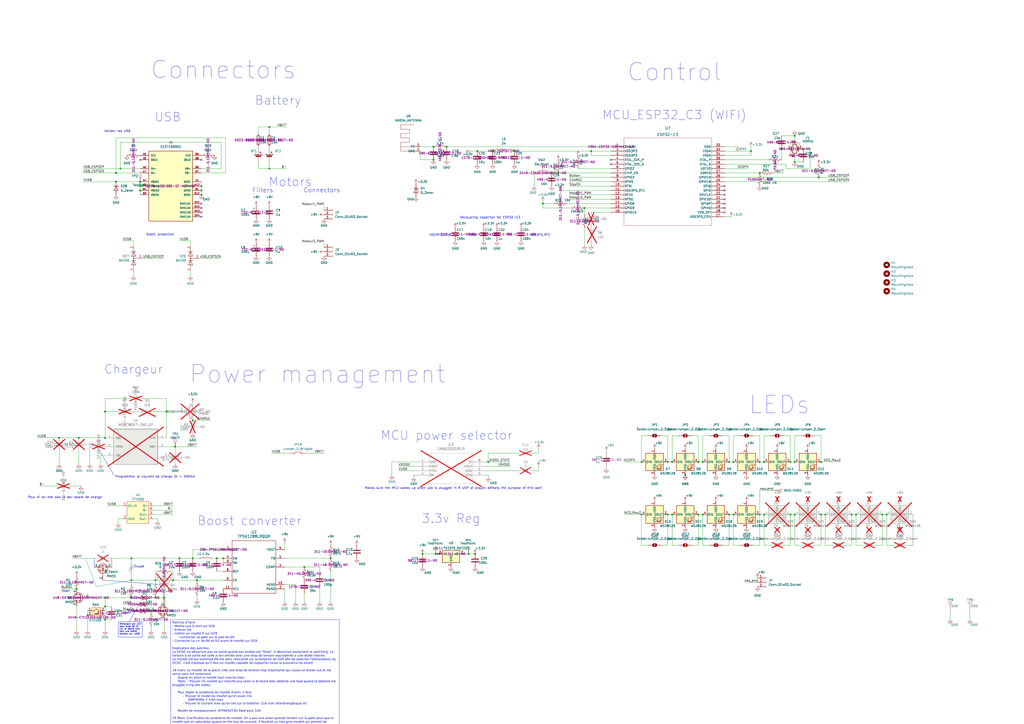
<source format=kicad_sch>
(kicad_sch (version 20250114) (generator "eeschema") (generator_version "9.0")
  (paper "A2")
  (text "LEDs" (at 452.12 234.95 0) (effects (font (size 10.16 10.16))))
  (text "3.3v Reg" (at 261.62 300.99 0) (effects (font (size 5.08 5.08))))
  (text "Chargeur" (at 77.47 214.376 0) (effects (font (size 5.08 5.08))))
  (text "Filters" (at 152.4 110.49 0) (effects (font (size 2.54 2.54))))
  (text "Decoupling capacitor for ESP32-C3" (at 266.7 127 0) (effects (font (size 1.27 1.27)) (justify left bottom)))
  (text "Control" (at 391.16 41.91 0) (effects (font (size 10.16 10.16))))
  (text "Battery" (at 161.29 58.42 0) (effects (font (size 5.08 5.08))))
  (text "Static protection" (at 92.964 136.144 0) (effects (font (size 1.27 1.27))))
  (text "Pour si on met pas le dev board de charge" (at 37.592 288.544 0) (effects (font (size 1.27 1.27))))
  (text "←Output←" (at 38.1 342.9 0) (effects (font (size 0.762 0.762))))
  (text "Programmer le courant de charge 2k = 500mA" (at 89.916 276.606 0) (effects (font (size 1.27 1.27))))
  (text "Boost converter" (at 144.78 302.26 0) (effects (font (size 5.08 5.08))))
  (text "VDD3P3_RTC" (at 307.34 137.16 0) (effects (font (size 1.27 1.27)) (justify left bottom)))
  (text "VDD3P3_CPU" (at 248.92 137.16 0) (effects (font (size 1.27 1.27)) (justify left bottom)))
  (text "MCU_ESP32_C3 (WIFI)" (at 349.25 69.85 0) (effects (font (size 5.08 5.08)) (justify left bottom)))
  (text "Valider res USB" (at 68.072 76.2 0) (effects (font (size 1.27 1.27))))
  (text "MCU power selector" (at 259.08 252.73 0) (effects (font (size 5.08 5.08))))
  (text "Connectors" (at 129.54 40.64 0) (effects (font (size 10.16 10.16))))
  (text "Makes sure the MCU wakes up when usb is plugged in !! USP at stayon defeats the purpose of this part" (at 262.89 283.21 0) (effects (font (size 1.27 1.27))))
  (text "Connectors" (at 186.69 110.49 0) (effects (font (size 2.54 2.54))))
  (text "Motors\n" (at 168.402 105.664 0) (effects (font (size 5.08 5.08))))
  (text "VDDA" (at 271.78 137.16 0) (effects (font (size 1.27 1.27)) (justify left bottom)))
  (text "Coupé" (at 80.772 328.676 0) (effects (font (size 1.27 1.27))))
  (text "USB" (at 97.282 68.072 0) (effects (font (size 5.08 5.08))))
  (text "Power management" (at 184.15 217.17 0) (effects (font (size 10.16 10.16))))
  (text "→Input→" (at 73.66 355.6 0) (effects (font (size 0.762 0.762))))
  (text_box "Patches à faire:\n- Mettre une 0 ohm sur R26\n- Enlever Q4\n- mettre un mosfet P sur D29\n	- Connecter sa gate sur le pad de Q4\n- Connecter Le v+ de R6 et R3 avant le mosfet sur D29\n\nExplication des patches:\nLe DCDC ne désactive pas sa sortie quand son enable est \"false\". Il désactive seulement le switching. La tension à sa sortie est celle a son entrée avec une drop de tension equivalente a une diode interne.\nLe mosfet Q4 qui switchait EN est donc relocalisé sur la footprint de D29 afin de switcher l'alimentation du DCDC. Cela implique qu'il faut un mosfet capable de supporter toute la puissance du board\n\n19 mars: Le mosfet de la patch crée une drop de tension trop importante qui cause un brown out et les servo vont full lentement\n	Quand on short le mosfet tout marche bien.\n	ToDo: - Trouver Un mosfet qui marche pcq sinon si le board bleu detecte une load quand la batterie est pluggée il trig des safety\n\n	Pour régler le probleme du mosfet d'alim, il faut:\n		- Trouver le model du mosfet qu'on avais mis\n			DMP3099L-7 3.8A max \n		- Trouver le courant max qu'on tire sur la batterie: 11A (voir bilanEnergetique.m)\n		\n	Mosfet de remplacement: NTF6P02T3G Raté pour 10A\n	\n25 Mars: Clarification du problème de mosfet: On a pas une assez grande tension sur la gate pour que le mosfet soit en saturation quand on tire bcp de courant. Il faudrait un très gros mosfet qui permet de passer le courant qu'on a besoin avec la tension qu'on est capable de mettre sur la gate.\n\n26 mars: On a un problème de buck boost. On tire trop de courant pour le size de l'iductance du buck boost. Il faut la specker mieux.\n			On devrais brancher les neopixels sur le 3.3v pour pouvoir mettre une plus grande tension sur les servos. Et les mettre sur une pin qui est pas celle de debug\n			Pouvoir programmer sans batteries. \nAgrandir les trous\n\nMettre les coins ronds" (at 99.06 359.41 0) (size 97.79 86.36) (margins 0.9525 0.9525 0.9525 0.9525) (effects (font (size 1.27 1.27)) (justify left top)))
  (text_box "Remplacé par LED pour drop de 2v car le board bleu sort une petite tension sur vUSB" (at 68.58 360.68 0) (size 13.97 8.89) (margins 0.6668 0.6668 0.6668 0.6668) (effects (font (size 0.889 0.889)) (justify left top)))
  (junction (at 60.96 351.79))
  (junction (at 245.11 321.31))
  (junction (at 67.31 105.41))
  (junction (at 461.01 267.97))
  (junction (at 425.45 298.45))
  (junction (at 389.89 298.45))
  (junction (at 275.59 321.31))
  (junction (at 116.84 113.03))
  (junction (at 372.11 267.97))
  (junction (at 104.14 323.85))
  (junction (at 129.54 323.85))
  (junction (at 50.8 356.87))
  (junction (at 407.67 267.97))
  (junction (at 458.47 298.45))
  (junction (at 116.84 107.95))
  (junction (at 387.35 298.45))
  (junction (at 191.77 323.85))
  (junction (at 397.51 275.59))
  (junction (at 101.6 259.08))
  (junction (at 440.69 100.33))
  (junction (at 443.23 298.45))
  (junction (at 494.03 298.45))
  (junction (at 156.21 73.66))
  (junction (at 251.46 85.09))
  (junction (at 405.13 267.97))
  (junction (at 271.78 321.31))
  (junction (at 453.39 86.36))
  (junction (at 476.25 298.45))
  (junction (at 60.96 238.76))
  (junction (at 476.25 267.97))
  (junction (at 100.33 336.55))
  (junction (at 76.2 346.71))
  (junction (at 45.72 254))
  (junction (at 76.2 336.55))
  (junction (at 440.69 267.97))
  (junction (at 511.81 298.45))
  (junction (at 81.28 105.41))
  (junction (at 276.86 87.63))
  (junction (at 461.01 78.74))
  (junction (at 372.11 298.45))
  (junction (at 81.28 107.95))
  (junction (at 44.45 341.63))
  (junction (at 440.69 298.45))
  (junction (at 466.09 86.36))
  (junction (at 81.28 110.49))
  (junction (at 496.57 298.45))
  (junction (at 425.45 267.97))
  (junction (at 458.47 267.97))
  (junction (at 407.67 298.45))
  (junction (at 69.85 97.79))
  (junction (at 76.2 323.85))
  (junction (at 521.97 306.07))
  (junction (at 114.3 336.55))
  (junction (at 125.73 323.85))
  (junction (at 156.21 97.79))
  (junction (at 60.96 254))
  (junction (at 176.53 328.93))
  (junction (at 283.21 267.97))
  (junction (at 298.45 87.63))
  (junction (at 252.73 321.31))
  (junction (at 60.96 359.41))
  (junction (at 514.35 298.45))
  (junction (at 461.01 298.45))
  (junction (at 422.91 267.97))
  (junction (at 443.23 267.97))
  (junction (at 259.08 85.09))
  (junction (at 389.89 267.97))
  (junction (at 478.79 298.45))
  (junction (at 387.35 267.97))
  (junction (at 111.76 323.85))
  (junction (at 314.96 118.11))
  (junction (at 320.04 100.33))
  (junction (at 87.63 354.33))
  (junction (at 34.29 254))
  (junction (at 342.9 87.63))
  (junction (at 90.17 346.71))
  (junction (at 96.52 238.76))
  (junction (at 405.13 298.45))
  (junction (at 90.17 336.55))
  (junction (at 474.98 102.87))
  (junction (at 422.91 298.45))
  (junction (at 285.75 87.63))
  (junction (at 111.76 243.84))
  (junction (at 435.61 87.63))
  (junction (at 116.84 110.49))
  (junction (at 323.85 100.33))
  (junction (at 339.09 120.65))
  (junction (at 67.31 100.33))
  (junction (at 95.25 346.71))
  (junction (at 60.96 346.71))
  (junction (at 461.01 93.98))
  (junction (at 251.46 92.71))
  (no_connect (at 420.37 113.03))
  (no_connect (at 116.84 123.19))
  (no_connect (at 354.33 92.71))
  (no_connect (at 116.84 125.73))
  (no_connect (at 420.37 118.11))
  (no_connect (at 420.37 110.49))
  (no_connect (at 116.84 120.65))
  (no_connect (at 116.84 92.71))
  (no_connect (at 420.37 123.19))
  (no_connect (at 420.37 120.65))
  (no_connect (at 81.28 92.71))
  (no_connect (at 354.33 95.25))
  (no_connect (at 420.37 107.95))
  (no_connect (at 420.37 115.57))
  (no_connect (at 116.84 118.11))
  (wire (pts (xy 420.37 95.25) (xy 455.93 95.25)))
  (wire (pts (xy 121.92 243.84) (xy 111.76 243.84)))
  (wire (pts (xy 339.09 120.65) (xy 339.09 124.46)))
  (wire (pts (xy 69.85 97.79) (xy 81.28 97.79)))
  (wire (pts (xy 429.26 316.23) (xy 425.45 316.23)))
  (wire (pts (xy 60.96 359.41) (xy 60.96 365.76)))
  (wire (pts (xy 494.03 316.23) (xy 494.03 298.45)))
  (wire (pts (xy 87.63 354.33) (xy 87.63 355.6)))
  (wire (pts (xy 95.25 346.71) (xy 95.25 349.25)))
  (wire (pts (xy 95.25 365.76) (xy 95.25 359.41)))
  (wire (pts (xy 482.6 316.23) (xy 478.79 316.23)))
  (wire (pts (xy 60.96 351.79) (xy 60.96 354.33)))
  (wire (pts (xy 443.23 316.23) (xy 443.23 298.45)))
  (wire (pts (xy 50.8 356.87) (xy 50.8 365.76)))
  (wire (pts (xy 476.25 267.97) (xy 487.68 267.97)))
  (wire (pts (xy 425.45 316.23) (xy 425.45 298.45)))
  (wire (pts (xy 464.82 252.73) (xy 461.01 252.73)))
  (wire (pts (xy 314.96 120.65) (xy 331.47 120.65)))
  (wire (pts (xy 156.21 85.09) (xy 156.21 86.36)))
  (wire (pts (xy 458.47 267.97) (xy 461.01 267.97)))
  (wire (pts (xy 342.9 123.19) (xy 354.33 123.19)))
  (wire (pts (xy 60.96 231.14) (xy 60.96 238.76)))
  (wire (pts (xy 490.22 316.23) (xy 494.03 316.23)))
  (wire (pts (xy 420.37 97.79) (xy 434.34 97.79)))
  (wire (pts (xy 81.28 110.49) (xy 81.28 113.03)))
  (wire (pts (xy 231.14 273.05) (xy 241.3 273.05)))
  (wire (pts (xy 96.52 238.76) (xy 96.52 254)))
  (wire (pts (xy 21.59 254) (xy 34.29 254)))
  (wire (pts (xy 48.26 100.33) (xy 67.31 100.33)))
  (wire (pts (xy 269.24 321.31) (xy 271.78 321.31)))
  (wire (pts (xy 100.33 336.55) (xy 114.3 336.55)))
  (wire (pts (xy 76.2 346.71) (xy 80.01 346.71)))
  (wire (pts (xy 149.86 97.79) (xy 156.21 97.79)))
  (wire (pts (xy 448.31 100.33) (xy 454.66 100.33)))
  (wire (pts (xy 88.9 298.45) (xy 100.33 298.45)))
  (wire (pts (xy 454.66 316.23) (xy 458.47 316.23)))
  (wire (pts (xy 90.17 346.71) (xy 95.25 346.71)))
  (wire (pts (xy 243.84 92.71) (xy 251.46 92.71)))
  (wire (pts (xy 389.89 298.45) (xy 389.89 316.23)))
  (wire (pts (xy 114.3 336.55) (xy 129.54 336.55)))
  (wire (pts (xy 110.49 160.02) (xy 110.49 157.48)))
  (wire (pts (xy 111.76 323.85) (xy 115.57 323.85)))
  (polyline (pts (xy 74.93 360.68) (xy 80.436 351.1541)))
  (wire (pts (xy 35.56 341.63) (xy 44.45 341.63)))
  (wire (pts (xy 335.28 97.79) (xy 354.33 97.79)))
  (wire (pts (xy 469.9 97.79) (xy 455.93 97.79)))
  (wire (pts (xy 478.79 316.23) (xy 478.79 298.45)))
  (wire (pts (xy 447.04 252.73) (xy 443.23 252.73)))
  (wire (pts (xy 252.73 321.31) (xy 254 321.31)))
  (wire (pts (xy 156.21 73.66) (xy 156.21 77.47)))
  (wire (pts (xy 52.07 259.08) (xy 53.34 259.08)))
  (wire (pts (xy 60.96 346.71) (xy 76.2 346.71)))
  (wire (pts (xy 387.35 298.45) (xy 389.89 298.45)))
  (wire (pts (xy 372.11 252.73) (xy 372.11 267.97)))
  (wire (pts (xy 125.73 323.85) (xy 129.54 323.85)))
  (wire (pts (xy 88.9 295.91) (xy 100.33 295.91)))
  (wire (pts (xy 342.9 87.63) (xy 342.9 90.17)))
  (wire (pts (xy 420.37 85.09) (xy 427.99 85.09)))
  (wire (pts (xy 387.35 252.73) (xy 387.35 267.97)))
  (wire (pts (xy 508 316.23) (xy 511.81 316.23)))
  (wire (pts (xy 50.8 354.33) (xy 50.8 356.87)))
  (wire (pts (xy 111.76 318.77) (xy 111.76 323.85)))
  (wire (pts (xy 466.09 86.36) (xy 469.9 86.36)))
  (wire (pts (xy 405.13 298.45) (xy 407.67 298.45)))
  (wire (pts (xy 330.2 113.03) (xy 354.33 113.03)))
  (wire (pts (xy 176.53 349.25) (xy 176.53 344.17)))
  (wire (pts (xy 114.3 259.08) (xy 101.6 259.08)))
  (polyline (pts (xy 57.15 260.35) (xy 66.04 275.59)))
  (wire (pts (xy 453.39 86.36) (xy 453.39 92.71)))
  (wire (pts (xy 383.54 316.23) (xy 387.35 316.23)))
  (wire (pts (xy 52.07 346.71) (xy 60.96 346.71)))
  (wire (pts (xy 496.57 298.45) (xy 496.57 316.23)))
  (wire (pts (xy 387.35 267.97) (xy 389.89 267.97)))
  (wire (pts (xy 276.86 87.63) (xy 273.05 87.63)))
  (wire (pts (xy 440.69 252.73) (xy 440.69 267.97)))
  (wire (pts (xy 551.18 353.06) (xy 551.18 359.41)))
  (wire (pts (xy 82.55 231.14) (xy 96.52 231.14)))
  (wire (pts (xy 276.86 87.63) (xy 285.75 87.63)))
  (wire (pts (xy 68.58 303.53) (xy 68.58 300.99)))
  (wire (pts (xy 422.91 252.73) (xy 422.91 267.97)))
  (wire (pts (xy 440.69 316.23) (xy 440.69 298.45)))
  (wire (pts (xy 116.84 107.95) (xy 116.84 110.49)))
  (wire (pts (xy 88.9 293.37) (xy 100.33 293.37)))
  (wire (pts (xy 312.42 273.05) (xy 308.61 273.05)))
  (wire (pts (xy 351.79 270.51) (xy 351.79 271.78)))
  (wire (pts (xy 165.1 328.93) (xy 176.53 328.93)))
  (polyline (pts (xy 49.53 323.85) (xy 55.88 340.36)) (stroke (width 0) (color 0 161 142 1)))
  (wire (pts (xy 422.91 267.97) (xy 425.45 267.97)))
  (wire (pts (xy 387.35 316.23) (xy 387.35 298.45)))
  (wire (pts (xy 87.63 238.76) (xy 96.52 238.76)))
  (wire (pts (xy 243.84 87.63) (xy 243.84 92.71)))
  (wire (pts (xy 76.2 323.85) (xy 76.2 336.55)))
  (wire (pts (xy 424.18 125.73) (xy 420.37 125.73)))
  (wire (pts (xy 461.01 93.98) (xy 461.01 91.44)))
  (wire (pts (xy 500.38 316.23) (xy 496.57 316.23)))
  (wire (pts (xy 87.63 346.71) (xy 90.17 346.71)))
  (wire (pts (xy 77.47 139.7) (xy 77.47 142.24)))
  (wire (pts (xy 422.91 298.45) (xy 425.45 298.45)))
  (wire (pts (xy 440.69 267.97) (xy 443.23 267.97)))
  (wire (pts (xy 458.47 252.73) (xy 458.47 267.97)))
  (wire (pts (xy 453.39 86.36) (xy 457.2 86.36)))
  (wire (pts (xy 454.66 252.73) (xy 458.47 252.73)))
  (wire (pts (xy 440.69 284.48) (xy 440.69 298.45)))
  (wire (pts (xy 420.37 102.87) (xy 474.98 102.87)))
  (wire (pts (xy 130.81 80.01) (xy 67.31 80.01)))
  (wire (pts (xy 91.44 300.99) (xy 91.44 302.26)))
  (wire (pts (xy 68.58 300.99) (xy 71.12 300.99)))
  (wire (pts (xy 461.01 298.45) (xy 461.01 316.23)))
  (wire (pts (xy 185.42 332.74) (xy 185.42 328.93)))
  (wire (pts (xy 435.61 87.63) (xy 435.61 90.17)))
  (wire (pts (xy 401.32 252.73) (xy 405.13 252.73)))
  (wire (pts (xy 69.85 82.55) (xy 69.85 97.79)))
  (polyline (pts (xy 59.69 336.55) (xy 92.71 339.09)))
  (wire (pts (xy 281.94 273.05) (xy 300.99 273.05)))
  (wire (pts (xy 71.12 139.7) (xy 77.47 139.7)))
  (wire (pts (xy 435.61 85.09) (xy 435.61 87.63)))
  (wire (pts (xy 461.01 252.73) (xy 461.01 267.97)))
  (wire (pts (xy 60.96 254) (xy 45.72 254)))
  (wire (pts (xy 80.01 238.76) (xy 76.2 238.76)))
  (wire (pts (xy 342.9 87.63) (xy 354.33 87.63)))
  (wire (pts (xy 361.95 298.45) (xy 372.11 298.45)))
  (wire (pts (xy 81.28 105.41) (xy 81.28 107.95)))
  (wire (pts (xy 76.2 323.85) (xy 104.14 323.85)))
  (wire (pts (xy 87.63 350.52) (xy 87.63 354.33)))
  (wire (pts (xy 407.67 252.73) (xy 407.67 267.97)))
  (wire (pts (xy 41.91 323.85) (xy 55.88 323.85)))
  (wire (pts (xy 156.21 73.66) (xy 166.37 73.66)))
  (wire (pts (xy 125.73 331.47) (xy 129.54 331.47)))
  (wire (pts (xy 436.88 316.23) (xy 440.69 316.23)))
  (wire (pts (xy 156.21 93.98) (xy 156.21 97.79)))
  (wire (pts (xy 149.86 73.66) (xy 149.86 77.47)))
  (wire (pts (xy 231.14 270.51) (xy 241.3 270.51)))
  (wire (pts (xy 60.96 359.41) (xy 64.77 359.41)))
  (wire (pts (xy 518.16 316.23) (xy 514.35 316.23)))
  (wire (pts (xy 330.2 102.87) (xy 354.33 102.87)))
  (wire (pts (xy 101.6 259.08) (xy 96.52 259.08)))
  (wire (pts (xy 71.12 350.52) (xy 78.74 350.52)))
  (wire (pts (xy 52.07 269.24) (xy 52.07 259.08)))
  (wire (pts (xy 71.12 354.33) (xy 78.74 354.33)))
  (wire (pts (xy 62.23 293.37) (xy 71.12 293.37)))
  (wire (pts (xy 165.1 314.96) (xy 165.1 318.77)))
  (wire (pts (xy 420.37 100.33) (xy 440.69 100.33)))
  (wire (pts (xy 514.35 316.23) (xy 514.35 298.45)))
  (wire (pts (xy 177.8 262.89) (xy 187.96 262.89)))
  (wire (pts (xy 472.44 252.73) (xy 476.25 252.73)))
  (wire (pts (xy 511.81 298.45) (xy 514.35 298.45)))
  (wire (pts (xy 45.72 269.24) (xy 45.72 261.62)))
  (wire (pts (xy 436.88 252.73) (xy 440.69 252.73)))
  (wire (pts (xy 187.96 119.38) (xy 187.96 121.92)))
  (wire (pts (xy 60.96 238.76) (xy 68.58 238.76)))
  (wire (pts (xy 464.82 316.23) (xy 461.01 316.23)))
  (wire (pts (xy 420.37 92.71) (xy 445.77 92.71)))
  (wire (pts (xy 419.1 252.73) (xy 422.91 252.73)))
  (wire (pts (xy 476.25 252.73) (xy 476.25 267.97)))
  (wire (pts (xy 165.1 323.85) (xy 191.77 323.85)))
  (wire (pts (xy 281.94 270.51) (xy 295.91 270.51)))
  (wire (pts (xy 361.95 267.97) (xy 372.11 267.97)))
  (wire (pts (xy 314.96 118.11) (xy 321.31 118.11)))
  (wire (pts (xy 328.93 118.11) (xy 354.33 118.11)))
  (wire (pts (xy 330.2 105.41) (xy 354.33 105.41)))
  (wire (pts (xy 128.27 97.79) (xy 128.27 82.55)))
  (wire (pts (xy 90.17 336.55) (xy 90.17 339.09)))
  (wire (pts (xy 314.96 116.84) (xy 314.96 118.11)))
  (polyline (pts (xy 92.71 339.09) (xy 95.25 344.17)))
  (wire (pts (xy 449.58 284.48) (xy 440.69 284.48)))
  (wire (pts (xy 240.03 275.59) (xy 241.3 275.59)))
  (wire (pts (xy 312.42 270.51) (xy 312.42 273.05)))
  (wire (pts (xy 271.78 321.31) (xy 275.59 321.31)))
  (wire (pts (xy 104.14 238.76) (xy 96.52 238.76)))
  (wire (pts (xy 562.61 353.06) (xy 562.61 359.41)))
  (wire (pts (xy 86.36 354.33) (xy 87.63 354.33)))
  (wire (pts (xy 240.03 276.86) (xy 240.03 275.59)))
  (wire (pts (xy 389.89 252.73) (xy 393.7 252.73)))
  (wire (pts (xy 67.31 105.41) (xy 81.28 105.41)))
  (wire (pts (xy 227.33 275.59) (xy 227.33 267.97)))
  (wire (pts (xy 435.61 90.17) (xy 420.37 90.17)))
  (wire (pts (xy 492.76 102.87) (xy 474.98 102.87)))
  (wire (pts (xy 171.45 339.09) (xy 171.45 349.25)))
  (wire (pts (xy 283.21 267.97) (xy 281.94 267.97)))
  (wire (pts (xy 342.9 142.24) (xy 342.9 138.43)))
  (wire (pts (xy 67.31 100.33) (xy 81.28 100.33)))
  (wire (pts (xy 320.04 100.33) (xy 323.85 100.33)))
  (wire (pts (xy 81.28 107.95) (xy 81.28 110.49)))
  (wire (pts (xy 325.12 110.49) (xy 354.33 110.49)))
  (wire (pts (xy 245.11 321.31) (xy 252.73 321.31)))
  (wire (pts (xy 76.2 339.09) (xy 76.2 336.55)))
  (wire (pts (xy 309.88 107.95) (xy 309.88 100.33)))
  (wire (pts (xy 46.99 281.94) (xy 40.64 281.94)))
  (wire (pts (xy 82.55 149.86) (xy 95.25 149.86)))
  (wire (pts (xy 95.25 344.17) (xy 95.25 346.71)))
  (wire (pts (xy 60.96 346.71) (xy 60.96 351.79)))
  (wire (pts (xy 494.03 298.45) (xy 496.57 298.45)))
  (wire (pts (xy 191.77 349.25) (xy 191.77 331.47)))
  (wire (pts (xy 405.13 252.73) (xy 405.13 267.97)))
  (wire (pts (xy 401.32 316.23) (xy 405.13 316.23)))
  (wire (pts (xy 149.86 73.66) (xy 156.21 73.66)))
  (wire (pts (xy 529.59 316.23) (xy 529.59 298.45)))
  (wire (pts (xy 425.45 252.73) (xy 425.45 267.97)))
  (wire (pts (xy 100.33 331.47) (xy 100.33 336.55)))
  (wire (pts (xy 60.96 351.79) (xy 64.77 351.79)))
  (wire (pts (xy 372.11 316.23) (xy 375.92 316.23)))
  (wire (pts (xy 76.2 336.55) (xy 90.17 336.55)))
  (wire (pts (xy 458.47 316.23) (xy 458.47 298.45)))
  (wire (pts (xy 339.09 132.08) (xy 339.09 142.24)))
  (wire (pts (xy 58.42 269.24) (xy 58.42 264.16)))
  (wire (pts (xy 115.57 149.86) (xy 128.27 149.86)))
  (wire (pts (xy 114.3 345.44) (xy 114.3 347.98)))
  (wire (pts (xy 157.48 262.89) (xy 167.64 262.89)))
  (wire (pts (xy 300.99 262.89) (xy 283.21 262.89)))
  (wire (pts (xy 461.01 78.74) (xy 461.01 81.28)))
  (wire (pts (xy 185.42 340.36) (xy 185.42 349.25)))
  (wire (pts (xy 129.54 323.85) (xy 129.54 326.39)))
  (wire (pts (xy 342.9 90.17) (xy 354.33 90.17)))
  (wire (pts (xy 298.45 87.63) (xy 342.9 87.63)))
  (wire (pts (xy 165.1 341.63) (xy 165.1 349.25)))
  (wire (pts (xy 389.89 316.23) (xy 393.7 316.23)))
  (wire (pts (xy 90.17 331.47) (xy 90.17 336.55)))
  (wire (pts (xy 405.13 267.97) (xy 407.67 267.97)))
  (wire (pts (xy 22.86 281.94) (xy 33.02 281.94)))
  (wire (pts (xy 99.06 331.47) (xy 100.33 331.47)))
  (wire (pts (xy 419.1 316.23) (xy 422.91 316.23)))
  (wire (pts (xy 440.69 298.45) (xy 443.23 298.45)))
  (wire (pts (xy 74.93 231.14) (xy 60.96 231.14)))
  (wire (pts (xy 165.1 339.09) (xy 171.45 339.09)))
  (wire (pts (xy 420.37 87.63) (xy 435.61 87.63)))
  (wire (pts (xy 469.9 86.36) (xy 469.9 97.79)))
  (wire (pts (xy 123.19 323.85) (xy 125.73 323.85)))
  (wire (pts (xy 283.21 262.89) (xy 283.21 267.97)))
  (wire (pts (xy 87.63 363.22) (xy 87.63 365.76)))
  (wire (pts (xy 58.42 264.16) (xy 60.96 264.16)))
  (wire (pts (xy 455.93 97.79) (xy 455.93 95.25)))
  (wire (pts (xy 77.47 160.02) (xy 77.47 157.48)))
  (polyline (pts (xy 74.93 331.47) (xy 77.47 328.93)))
  (wire (pts (xy 227.33 267.97) (xy 241.3 267.97)))
  (wire (pts (xy 407.67 298.45) (xy 407.67 316.23)))
  (wire (pts (xy 420.37 105.41) (xy 492.76 105.41)))
  (wire (pts (xy 129.54 318.77) (xy 111.76 318.77)))
  (wire (pts (xy 34.29 254) (xy 45.72 254)))
  (wire (pts (xy 461.01 93.98) (xy 466.09 93.98)))
  (wire (pts (xy 312.42 260.35) (xy 312.42 262.89)))
  (wire (pts (xy 91.44 331.47) (xy 90.17 331.47)))
  (wire (pts (xy 86.36 350.52) (xy 87.63 350.52)))
  (wire (pts (xy 511.81 316.23) (xy 511.81 298.45)))
  (wire (pts (xy 458.47 298.45) (xy 461.01 298.45)))
  (wire (pts (xy 383.54 252.73) (xy 387.35 252.73)))
  (wire (pts (xy 114.3 336.55) (xy 114.3 337.82)))
  (polyline (pts (xy 54.61 323.85) (xy 54.61 328.93)))
  (wire (pts (xy 525.78 316.23) (xy 529.59 316.23)))
  (wire (pts (xy 149.86 93.98) (xy 149.86 97.79)))
  (wire (pts (xy 312.42 262.89) (xy 308.61 262.89)))
  (polyline (pts (xy 74.93 330.2) (xy 77.47 327.66)))
  (wire (pts (xy 351.79 261.62) (xy 351.79 262.89)))
  (wire (pts (xy 104.14 323.85) (xy 111.76 323.85)))
  (wire (pts (xy 447.04 316.23) (xy 443.23 316.23)))
  (wire (pts (xy 130.81 100.33) (xy 130.81 80.01)))
  (wire (pts (xy 116.84 100.33) (xy 130.81 100.33)))
  (polyline (pts (xy 64.77 323.85) (xy 64.77 328.93)))
  (wire (pts (xy 60.96 356.87) (xy 60.96 359.41)))
  (wire (pts (xy 60.96 254) (xy 60.96 238.76)))
  (polyline (pts (xy 76.2 336.55) (xy 55.88 340.36)) (stroke (width 0) (color 0 161 142 1)))
  (wire (pts (xy 44.45 351.79) (xy 44.45 365.76)))
  (wire (pts (xy 34.29 261.62) (xy 34.29 269.24)))
  (wire (pts (xy 63.5 323.85) (xy 76.2 323.85)))
  (wire (pts (xy 156.21 97.79) (xy 166.37 97.79)))
  (wire (pts (xy 110.49 139.7) (xy 110.49 142.24)))
  (wire (pts (xy 96.52 231.14) (xy 96.52 238.76)))
  (wire (pts (xy 339.09 120.65) (xy 354.33 120.65)))
  (wire (pts (xy 476.25 298.45) (xy 478.79 298.45)))
  (wire (pts (xy 323.85 100.33) (xy 354.33 100.33)))
  (wire (pts (xy 149.86 85.09) (xy 149.86 86.36)))
  (wire (pts (xy 431.8 337.82) (xy 439.42 337.82)))
  (wire (pts (xy 283.21 276.86) (xy 283.21 275.59)))
  (wire (pts (xy 411.48 316.23) (xy 407.67 316.23)))
  (wire (pts (xy 283.21 267.97) (xy 295.91 267.97)))
  (wire (pts (xy 375.92 252.73) (xy 372.11 252.73)))
  (wire (pts (xy 259.08 85.09) (xy 354.33 85.09)))
  (wire (pts (xy 128.27 82.55) (xy 69.85 82.55)))
  (wire (pts (xy 453.39 78.74) (xy 461.01 78.74)))
  (wire (pts (xy 104.14 139.7) (xy 110.49 139.7)))
  (wire (pts (xy 67.31 80.01) (xy 67.31 100.33)))
  (wire (pts (xy 372.11 298.45) (xy 372.11 316.23)))
  (wire (pts (xy 464.82 86.36) (xy 466.09 86.36)))
  (wire (pts (xy 116.84 105.41) (xy 116.84 107.95)))
  (wire (pts (xy 330.2 115.57) (xy 354.33 115.57)))
  (wire (pts (xy 88.9 300.99) (xy 91.44 300.99)))
  (wire (pts (xy 243.84 85.09) (xy 251.46 85.09)))
  (wire (pts (xy 389.89 252.73) (xy 389.89 267.97)))
  (wire (pts (xy 422.91 316.23) (xy 422.91 298.45)))
  (wire (pts (xy 176.53 328.93) (xy 185.42 328.93)))
  (wire (pts (xy 101.6 261.62) (xy 101.6 259.08)))
  (wire (pts (xy 443.23 252.73) (xy 443.23 267.97)))
  (wire (pts (xy 405.13 298.45) (xy 405.13 316.23)))
  (wire (pts (xy 283.21 275.59) (xy 281.94 275.59)))
  (wire (pts (xy 314.96 120.65) (xy 314.96 118.11)))
  (wire (pts (xy 411.48 252.73) (xy 407.67 252.73)))
  (wire (pts (xy 48.26 105.41) (xy 67.31 105.41)))
  (wire (pts (xy 476.25 316.23) (xy 476.25 298.45)))
  (wire (pts (xy 472.44 316.23) (xy 476.25 316.23)))
  (wire (pts (xy 429.26 252.73) (xy 425.45 252.73)))
  (wire (pts (xy 116.84 110.49) (xy 116.84 113.03)))
  (wire (pts (xy 330.2 107.95) (xy 354.33 107.95)))
  (wire (pts (xy 187.96 140.97) (xy 187.96 143.51)))
  (wire (pts (xy 116.84 97.79) (xy 128.27 97.79)))
  (wire (pts (xy 48.26 97.79) (xy 69.85 97.79)))
  (label "VUSB" (at 157.48 262.89 0))
  (label "VBATT" (at 166.37 73.66 180))
  (label "neo_end" (at 440.69 284.48 0))
  (label "StayOn" (at 71.12 354.33 0))
  (label "NEO_Row2" (at 361.95 298.45 0))
  (label "neo_end" (at 431.8 337.82 0))
  (label "Moteur1_PWM" (at 330.2 113.03 0))
  (label "CHARGE" (at 121.92 243.84 180))
  (label "DIODE_STATE" (at 295.91 267.97 180))
  (label "VUSB" (at 71.12 350.52 0))
  (label "VBATT" (at 187.96 262.89 180))
  (label "VDIODE" (at 295.91 270.51 180))
  (label "NEO_Row2" (at 487.68 267.97 180))
  (label "VBATT" (at 41.91 323.85 0))
  (label "B-" (at 22.86 281.94 0))
  (label "VUSB" (at 62.23 293.37 0))
  (label "VUSB" (at 231.14 273.05 0))
  (label "USB_ESP32N" (at 492.76 105.41 180))
  (label "Moteur2_PWM" (at 330.2 115.57 0))
  (label "VDIODE" (at 231.14 270.51 0))
  (label "USB_ESP32N" (at 48.26 100.33 0))
  (label "NEOPX" (at 434.34 97.79 180))
  (label "VUSB" (at 48.26 105.41 0))
  (label "Moteur2_PWM" (at 187.96 140.97 180))
  (label "VUSB" (at 71.12 139.7 0))
  (label "VBATT" (at 100.33 298.45 180))
  (label "Moteur1_PWM" (at 187.96 119.38 180))
  (label "USB_ESP32N" (at 128.27 149.86 180))
  (label "Button" (at 35.56 341.63 0))
  (label "USB_ESP32P" (at 95.25 149.86 180))
  (label "VUSB" (at 21.59 254 0))
  (label "B-" (at 166.37 97.79 180))
  (label "NEOPX" (at 361.95 267.97 0))
  (label "VUSB" (at 104.14 139.7 0))
  (label "VBATT" (at 114.3 259.08 180))
  (label "VBATT" (at 100.33 293.37 180))
  (label "USB_ESP32P" (at 48.26 97.79 0))
  (label "USB_ESP32P" (at 492.76 102.87 180))
  (label "CHARGE" (at 330.2 105.41 0))
  (label "StayOn" (at 330.2 107.95 0))
  (label "Button" (at 330.2 102.87 0))
  (label "B-" (at 100.33 295.91 180))
  (label "VBATT" (at 454.66 100.33 180))
  (symbol (lib_id "Device:R_US") (at 191.77 320.04 0) (unit 1)
    (property "Reference" "R12" (at 193.04 319.024 0) (effects (justify left)))
    (property "Value" "357k" (at 193.04 321.056 0) (effects (justify left)))
    (property "Footprint" "Resistor_SMD:R_0603_1608Metric" (effects (hide yes)))
    (property "Description" "Resistor, US symbol" (effects (hide yes)))
    (property "DigiKey" "311-357KHRCT-ND" (at 191.77 320.04 0))
  )
  (symbol (lib_id "Device:R_US") (at 72.39 238.76 270) (mirror x) (unit 1) (dnp yes)
    (property "Reference" "R7" (at 72.39 232.41 90))
    (property "Value" "470" (at 72.39 234.95 90))
    (property "Footprint" "Resistor_SMD:R_0603_1608Metric" (effects (hide yes)))
    (property "DigiKey" "311-470GRCT-ND" (at 72.39 238.76 0))
  )
  (symbol (lib_id "Device:C_Polarized") (at 148.59 144.78 0) (unit 1)
    (property "Reference" "C8" (at 139.7 143.51 0) (effects (justify left)))
    (property "Value" "100u" (at 139.7 146.05 0) (effects (justify left)))
    (property "Footprint" "Capacitor_THT:CP_Radial_D5.0mm_P2.00mm" (effects (hide yes)))
    (property "Description" "Polarized capacitor" (effects (hide yes)))
    (property "DigiKey" "732-8793-1-ND" (at 148.59 144.78 0))
  )
  (symbol (lib_id "Jumper:SolderJumper_2_Open") (at 433.07 316.23 0) (unit 1) (exclude_from_sim yes) (in_bom no)
    (property "Reference" "JP15" (at 433.07 309.88 0))
    (property "Value" "SolderJumper_2_Open" (at 433.07 312.42 0))
    (property "Footprint" "Jumper:SolderJumper-2_P1.3mm_Open_TrianglePad1.0x1.5mm" (effects (hide yes)))
    (property "Description" "Solder Jumper, 2-pole, open" (effects (hide yes)))
  )
  (symbol (lib_id "LM66200DRLR:LM66200DRLR") (at 241.3 267.97 0) (unit 1) (on_board no) (dnp yes)
    (property "Reference" "U3" (at 261.62 257.81 0) (effects (font (size 1.524 1.524))))
    (property "Value" "LM66200DRLR" (at 261.62 260.35 0) (effects (font (size 1.524 1.524))))
    (property "Footprint" "LM66200DRLR:SOT-5X3_DRL_TEX-L" (effects (hide yes)))
    (property "Datasheet" "LM66200DRLR" (effects (hide yes)))
  )
  (symbol (lib_id "power:GND") (at 415.29 306.07 0) (unit 1)
    (property "Reference" "#PWR086" (effects (hide yes)))
    (property "Value" "GND" (at 415.29 311.15 0))
    (property "Description" "Power symbol creates a global label with name \"GND\" , ground" (effects (hide yes)))
  )
  (symbol (lib_id "Device:C") (at 251.46 88.9 0) (unit 1)
    (property "Reference" "C16" (at 254 87.63 0) (effects (justify left)))
    (property "Value" "1.8p" (at 253.365 90.17 0) (effects (justify left)))
    (property "Footprint" "Capacitor_SMD:C_0402_1005Metric_Pad0.74x0.62mm_HandSolder" (effects (hide yes)))
    (property "DigiKey" "490-6215-1-ND" (at 251.46 88.9 0))
  )
  (symbol (lib_id "power:GND") (at 397.51 306.07 0) (unit 1)
    (property "Reference" "#PWR083" (effects (hide yes)))
    (property "Value" "GND" (at 397.51 311.15 0))
    (property "Description" "Power symbol creates a global label with name \"GND\" , ground" (effects (hide yes)))
  )
  (symbol (lib_id "power:+5V") (at 450.85 290.83 0) (unit 1) (dnp yes)
    (property "Reference" "#PWR0121" (effects (hide yes)))
    (property "Value" "+5V" (at 450.85 285.75 0))
    (property "Description" "Power symbol creates a global label with name \"+5V\"" (effects (hide yes)))
  )
  (symbol (lib_id "Diode:BAV99") (at 77.47 149.86 90) (unit 1)
    (property "Reference" "D27" (at 74.93 148.5899 90) (effects (justify left)))
    (property "Value" "BAV99" (at 74.93 151.1299 90) (effects (justify left)))
    (property "Footprint" "Package_TO_SOT_SMD:SOT-23" (effects (hide yes)))
    (property "Datasheet" "https://assets.nexperia.com/documents/data-sheet/BAV99_SER.pdf" (effects (hide yes)))
    (property "Description" "BAV99 High-speed switching diodes, SOT-23" (effects (hide yes)))
  )
  (symbol (lib_id "Jumper:SolderJumper_2_Open") (at 450.85 252.73 0) (unit 1) (exclude_from_sim yes) (in_bom no)
    (property "Reference" "JP5" (at 450.85 246.38 0))
    (property "Value" "SolderJumper_2_Open" (at 450.85 248.92 0))
    (property "Footprint" "Jumper:SolderJumper-2_P1.3mm_Open_TrianglePad1.0x1.5mm" (effects (hide yes)))
    (property "Description" "Solder Jumper, 2-pole, open" (effects (hide yes)))
  )
  (symbol (lib_id "power:GND") (at 58.42 269.24 0) (mirror y) (unit 1)
    (property "Reference" "#PWR012" (effects (hide yes)))
    (property "Value" "GND" (at 58.42 273.05 0))
  )
  (symbol (lib_id "power:GND") (at 241.3 114.3 0) (unit 1)
    (property "Reference" "#PWR049" (effects (hide yes)))
    (property "Value" "GND" (at 238.125 115.57 0))
  )
  (symbol (lib_id "Device:R_US") (at 57.15 259.08 90) (mirror x) (unit 1) (dnp yes)
    (property "Reference" "R8" (at 57.15 255.778 90))
    (property "Value" "2k" (at 57.404 257.302 90))
    (property "Footprint" "Resistor_SMD:R_0603_1608Metric" (effects (hide yes)))
    (property "DigiKey" "P2.00KHCT-ND" (at 57.15 259.08 0))
  )
  (symbol (lib_id "LED:WS2812B") (at 504.19 298.45 0) (unit 1) (on_board no) (dnp yes)
    (property "Reference" "D23" (at 511.81 302.514 0))
    (property "Value" "WS2812B" (at 511.81 305.054 0))
    (property "Footprint" "LED_SMD:LED_WS2812B_PLCC4_5.0x5.0mm_P3.2mm" (effects (hide yes)))
    (property "Datasheet" "https://cdn-shop.adafruit.com/datasheets/WS2812B.pdf" (effects (hide yes)))
    (property "Description" "RGB LED with integrated controller" (effects (hide yes)))
  )
  (symbol (lib_id "power:+9V") (at 439.42 335.28 0) (unit 1)
    (property "Reference" "#PWR099" (effects (hide yes)))
    (property "Value" "+9V" (at 441.706 331.978 0))
    (property "Description" "Power symbol creates a global label with name \"+9V\"" (effects (hide yes)))
  )
  (symbol (lib_id "power:GND") (at 245.11 328.93 0) (unit 1)
    (property "Reference" "#PWR0109" (effects (hide yes)))
    (property "Value" "GND" (at 248.158 332.232 0))
    (property "Description" "Power symbol creates a global label with name \"GND\" , ground" (effects (hide yes)))
  )
  (symbol (lib_id "power:GND") (at 165.1 349.25 0) (unit 1)
    (property "Reference" "#PWR031" (effects (hide yes)))
    (property "Value" "GND" (at 165.1 353.06 0))
    (property "Description" "Power symbol creates a global label with name \"GND\" , ground" (effects (hide yes)))
  )
  (symbol (lib_id "Device:R_US") (at 76.2 342.9 0) (unit 1)
    (property "Reference" "R3" (at 69.85 341.63 0) (effects (justify left)))
    (property "Value" "10k" (at 69.85 344.17 0) (effects (justify left)))
    (property "Footprint" "Resistor_SMD:R_0603_1608Metric" (effects (hide yes)))
    (property "Description" "Resistor, US symbol" (effects (hide yes)))
    (property "DigiKey" "311-5.10KHRCT-ND" (at 76.2 342.9 0))
  )
  (symbol (lib_id "power:GND") (at 148.59 127 0) (unit 1)
    (property "Reference" "#PWR021" (effects (hide yes)))
    (property "Value" "GND" (at 148.59 130.81 0))
    (property "Description" "Power symbol creates a global label with name \"GND\" , ground" (effects (hide yes)))
  )
  (symbol (lib_id "power:GND") (at 110.49 160.02 0) (unit 1)
    (property "Reference" "#PWR0127" (effects (hide yes)))
    (property "Value" "GND" (at 110.49 164.465 0))
  )
  (symbol (lib_id "Diode:BAV99") (at 110.49 149.86 90) (unit 1)
    (property "Reference" "D26" (at 107.95 148.5899 90) (effects (justify left)))
    (property "Value" "BAV99" (at 107.95 151.1299 90) (effects (justify left)))
    (property "Footprint" "Package_TO_SOT_SMD:SOT-23" (effects (hide yes)))
    (property "Datasheet" "https://assets.nexperia.com/documents/data-sheet/BAV99_SER.pdf" (effects (hide yes)))
    (property "Description" "BAV99 High-speed switching diodes, SOT-23" (effects (hide yes)))
  )
  (symbol (lib_id "Connector:TestPoint") (at 449.58 284.48 270) (unit 1)
    (property "Reference" "NEO-END1" (at 454.66 284.48 90) (effects (justify left)))
    (property "Value" "TestPoint" (effects (hide yes)))
    (property "Footprint" "TestPoint:TestPoint_Loop_D2.54mm_Drill1.5mm_Beaded" (effects (hide yes)))
  )
  (symbol (lib_id "Device:C") (at 351.79 266.7 0) (unit 1)
    (property "Reference" "C29" (at 345.44 265.43 0) (effects (justify left)))
    (property "Value" "1u" (at 345.44 267.97 0) (effects (justify left)))
    (property "Footprint" "Capacitor_SMD:C_0603_1608Metric_Pad1.08x0.95mm_HandSolder" (effects (hide yes)))
    (property "Description" "Unpolarized capacitor" (effects (hide yes)))
    (property "DigiKey" "587-1248-1-ND" (at 351.79 266.7 0))
  )
  (symbol (lib_id "power:GND") (at 156.21 127 0) (unit 1)
    (property "Reference" "#PWR026" (effects (hide yes)))
    (property "Value" "GND" (at 156.21 130.81 0))
    (property "Description" "Power symbol creates a global label with name \"GND\" , ground" (effects (hide yes)))
  )
  (symbol (lib_id "power:GND") (at 129.54 349.25 0) (unit 1)
    (property "Reference" "#PWR019" (effects (hide yes)))
    (property "Value" "GND" (at 129.54 353.06 0))
    (property "Description" "Power symbol creates a global label with name \"GND\" , ground" (effects (hide yes)))
  )
  (symbol (lib_id "Jumper:SolderJumper_2_Open") (at 379.73 252.73 0) (unit 1) (exclude_from_sim yes) (in_bom no)
    (property "Reference" "JP1" (at 379.73 246.38 0))
    (property "Value" "SolderJumper_2_Open" (at 379.73 248.92 0))
    (property "Footprint" "Jumper:SolderJumper-2_P1.3mm_Open_TrianglePad1.0x1.5mm" (effects (hide yes)))
    (property "Description" "Solder Jumper, 2-pole, open" (effects (hide yes)))
  )
  (symbol (lib_id "power:GND") (at 60.96 365.76 0) (unit 1)
    (property "Reference" "#PWR03" (effects (hide yes)))
    (property "Value" "GND" (at 60.96 369.57 0))
    (property "Description" "Power symbol creates a global label with name \"GND\" , ground" (effects (hide yes)))
  )
  (symbol (lib_id "LED:WS2812B") (at 450.85 267.97 0) (unit 1)
    (property "Reference" "D11" (at 458.47 272.034 0))
    (property "Value" "WS2812B" (at 458.47 274.574 0))
    (property "Footprint" "LED_SMD:LED_WS2812B_PLCC4_5.0x5.0mm_P3.2mm" (effects (hide yes)))
    (property "Datasheet" "https://cdn-shop.adafruit.com/datasheets/WS2812B.pdf" (effects (hide yes)))
    (property "Description" "RGB LED with integrated controller" (effects (hide yes)))
  )
  (symbol (lib_id "Connector:TestPoint") (at 562.61 353.06 0) (unit 1) (on_board no)
    (property "Reference" "TP6" (at 560.832 347.98 0) (effects (justify left)))
    (property "Value" "GND" (at 563.118 351.536 0) (effects (justify left)))
    (property "Footprint" "TestPoint:TestPoint_Loop_D2.54mm_Drill1.5mm_Beaded" (effects (hide yes)))
  )
  (symbol (lib_id "power:GND") (at 124.46 90.17 0) (unit 1)
    (property "Reference" "#PWR017" (effects (hide yes)))
    (property "Value" "GND" (at 124.46 94.615 0))
  )
  (symbol (lib_id "power:GND") (at 439.42 340.36 0) (unit 1)
    (property "Reference" "#PWR0101" (effects (hide yes)))
    (property "Value" "GND" (at 439.42 345.44 0))
    (property "Description" "Power symbol creates a global label with name \"GND\" , ground" (effects (hide yes)))
  )
  (symbol (lib_id "LED:WS2812B") (at 415.29 267.97 0) (unit 1)
    (property "Reference" "D9" (at 422.91 272.034 0))
    (property "Value" "WS2812B" (at 422.91 274.574 0))
    (property "Footprint" "LED_SMD:LED_WS2812B_PLCC4_5.0x5.0mm_P3.2mm" (effects (hide yes)))
    (property "Datasheet" "https://cdn-shop.adafruit.com/datasheets/WS2812B.pdf" (effects (hide yes)))
    (property "Description" "RGB LED with integrated controller" (effects (hide yes)))
  )
  (symbol (lib_id "Connector:Conn_01x03_Socket") (at 193.04 124.46 0) (unit 1)
    (property "Reference" "J2" (at 194.31 123.1899 0) (effects (justify left)))
    (property "Value" "Conn_01x03_Socket" (at 194.31 125.7299 0) (effects (justify left)))
    (property "Footprint" "Connector_PinHeader_2.54mm:PinHeader_1x03_P2.54mm_Vertical" (effects (hide yes)))
    (property "Description" "Generic connector, single row, 01x03, script generated" (effects (hide yes)))
  )
  (symbol (lib_id "Device:D") (at 59.69 323.85 180) (unit 1) (dnp yes)
    (property "Reference" "D29" (at 59.69 317.5 0))
    (property "Value" "D" (at 59.69 320.04 0))
    (property "Footprint" "Diode_SMD:D_0603_1608Metric_Pad1.05x0.95mm_HandSolder" (effects (hide yes)))
    (property "Description" "Diode" (effects (hide yes)))
    (property "Sim.Device" "D" (effects (hide yes)))
    (property "Sim.Pins" "1=K 2=A" (effects (hide yes)))
  )
  (symbol (lib_id "power:+9V") (at 207.01 316.23 0) (unit 1)
    (property "Reference" "#PWR041" (effects (hide yes)))
    (property "Value" "+9V" (at 207.01 311.15 0))
    (property "Description" "Power symbol creates a global label with name \"+9V\"" (effects (hide yes)))
  )
  (symbol (lib_id "power:+3.3V") (at 241.3 106.68 0) (unit 1)
    (property "Reference" "#PWR048" (effects (hide yes)))
    (property "Value" "+3.3V" (at 245.11 105.41 0))
  )
  (symbol (lib_id "power:+9V") (at 468.63 260.35 0) (unit 1)
    (property "Reference" "#PWR029" (effects (hide yes)))
    (property "Value" "+9V" (at 470.916 257.048 0))
    (property "Description" "Power symbol creates a global label with name \"+9V\"" (effects (hide yes)))
  )
  (symbol (lib_id "power:+9V") (at 351.79 261.62 0) (unit 1)
    (property "Reference" "#PWR050" (effects (hide yes)))
    (property "Value" "+9V" (at 354.076 258.318 0))
    (property "Description" "Power symbol creates a global label with name \"+9V\"" (effects (hide yes)))
  )
  (symbol (lib_id "Jumper:SolderJumper_2_Open") (at 397.51 252.73 0) (unit 1) (exclude_from_sim yes) (in_bom no)
    (property "Reference" "JP2" (at 397.51 246.38 0))
    (property "Value" "SolderJumper_2_Open" (at 397.51 248.92 0))
    (property "Footprint" "Jumper:SolderJumper-2_P1.3mm_Open_TrianglePad1.0x1.5mm" (effects (hide yes)))
    (property "Description" "Solder Jumper, 2-pole, open" (effects (hide yes)))
  )
  (symbol (lib_id "Device:R_US") (at 339.09 128.27 180) (unit 1)
    (property "Reference" "R21" (at 339.979 128.27 90))
    (property "Value" "0" (at 341.503 128.27 90))
    (property "Footprint" "Resistor_SMD:R_0603_1608Metric" (effects (hide yes)))
    (property "DigiKey" "311-0.0GRCT-ND" (at 339.09 128.27 0))
  )
  (symbol (lib_id "power:GND") (at 91.44 302.26 0) (mirror y) (unit 1)
    (property "Reference" "#PWR0130" (effects (hide yes)))
    (property "Value" "GND" (at 91.44 306.07 0))
  )
  (symbol (lib_id "power:GND") (at 176.53 349.25 0) (unit 1)
    (property "Reference" "#PWR033" (effects (hide yes)))
    (property "Value" "GND" (at 176.53 353.06 0))
    (property "Description" "Power symbol creates a global label with name \"GND\" , ground" (effects (hide yes)))
  )
  (symbol (lib_id "Simulation_SPICE:PMOS") (at 109.22 238.76 0) (mirror x) (unit 1) (dnp yes)
    (property "Reference" "Q2" (at 115.57 237.4899 0) (effects (justify left)))
    (property "Value" "PMOS" (at 115.57 240.0299 0) (effects (justify left)))
    (property "Footprint" "Package_TO_SOT_SMD:SOT-23" (effects (hide yes)))
    (property "Datasheet" "https://ngspice.sourceforge.io/docs/ngspice-html-manual/manual.xhtml#cha_MOSFETs" (effects (hide yes)))
    (property "Description" "P-MOSFET transistor, drain/source/gate" (effects (hide yes)))
    (property "Sim.Device" "PMOS" (effects (hide yes)))
    (property "Sim.Type" "VDMOS" (effects (hide yes)))
    (property "Sim.Pins" "1=D 2=G 3=S" (effects (hide yes)))
    (property "DigiKey" "BSS84PH6327XTSA2CT-ND" (at 109.22 238.76 0))
  )
  (symbol (lib_id "power:+3.3V") (at 275.59 321.31 0) (unit 1)
    (property "Reference" "#PWR0112" (effects (hide yes)))
    (property "Value" "+3.3V" (at 278.638 318.008 0))
    (property "Description" "Power symbol creates a global label with name \"+3.3V\"" (effects (hide yes)))
  )
  (symbol (lib_id "Device:C") (at 156.21 123.19 0) (unit 1)
    (property "Reference" "C9" (at 160.02 121.9199 0) (effects (justify left)))
    (property "Value" "1u" (at 160.02 124.4599 0) (effects (justify left)))
    (property "Footprint" "Capacitor_SMD:C_0603_1608Metric_Pad1.08x0.95mm_HandSolder" (effects (hide yes)))
    (property "Description" "Unpolarized capacitor" (effects (hide yes)))
    (property "DigiKey" "587-1248-1-ND" (effects (hide yes)))
  )
  (symbol (lib_id "Switch:SW_Push") (at 314.96 100.33 0) (unit 1)
    (property "Reference" "SW2" (at 314.198 92.71 0))
    (property "Value" "SW_Push" (at 314.198 95.25 0))
    (property "Footprint" "CS1213AGF160:SW_CS1213AG_CRS" (effects (hide yes)))
    (property "DigiKey" "2449-CS1213AGF260CT-ND" (at 314.96 100.33 0))
  )
  (symbol (lib_id "power:GND") (at 207.01 323.85 0) (unit 1)
    (property "Reference" "#PWR042" (effects (hide yes)))
    (property "Value" "GND" (at 210.058 327.152 0))
    (property "Description" "Power symbol creates a global label with name \"GND\" , ground" (effects (hide yes)))
  )
  (symbol (lib_id "Device:LED") (at 83.82 238.76 0) (mirror y) (unit 1) (dnp yes)
    (property "Reference" "D3" (at 85.4075 232.41 0))
    (property "Value" "LED" (at 85.4075 234.95 0))
    (property "Footprint" "LED_SMD:LED_0603_1608Metric_Pad1.05x0.95mm_HandSolder" (effects (hide yes)))
    (property "Description" "Light emitting diode" (effects (hide yes)))
  )
  (symbol (lib_id "power:+3.3V") (at 424.18 125.73 0) (unit 1)
    (property "Reference" "#PWR093" (effects (hide yes)))
    (property "Value" "+3.3V" (at 427.99 124.46 0))
  )
  (symbol (lib_id "Device:C") (at 129.54 345.44 0) (unit 1)
    (property "Reference" "C6" (at 123.19 344.17 0) (effects (justify left)))
    (property "Value" "2.2u" (at 123.19 346.71 0) (effects (justify left)))
    (property "Footprint" "Capacitor_SMD:C_0603_1608Metric_Pad1.08x0.95mm_HandSolder" (effects (hide yes)))
    (property "Description" "Unpolarized capacitor" (effects (hide yes)))
    (property "DigiKey" "490-4520-1-ND" (at 129.54 345.44 0))
  )
  (symbol (lib_id "Device:C") (at 285.75 91.44 0) (unit 1)
    (property "Reference" "C23" (at 286.385 88.9 0) (effects (justify left)))
    (property "Value" "100n" (at 286.385 93.98 0) (effects (justify left)))
    (property "Footprint" "Capacitor_SMD:C_0402_1005Metric_Pad0.74x0.62mm_HandSolder" (effects (hide yes)))
    (property "DigiKey" "311-3566-1-ND" (at 285.75 91.44 0))
  )
  (symbol (lib_id "power:+3.3V") (at 273.05 87.63 90) (unit 1)
    (property "Reference" "#PWR059" (effects (hide yes)))
    (property "Value" "+3.3V" (at 271.2854 89.3372 90))
  )
  (symbol (lib_id "power:GND") (at 320.04 107.95 0) (unit 1)
    (property "Reference" "#PWR073" (effects (hide yes)))
    (property "Value" "GND" (at 320.04 112.395 0))
  )
  (symbol (lib_id "LED:WS2812B") (at 433.07 267.97 0) (unit 1)
    (property "Reference" "D10" (at 440.69 272.034 0))
    (property "Value" "WS2812B" (at 440.69 274.574 0))
    (property "Footprint" "LED_SMD:LED_WS2812B_PLCC4_5.0x5.0mm_P3.2mm" (effects (hide yes)))
    (property "Datasheet" "https://cdn-shop.adafruit.com/datasheets/WS2812B.pdf" (effects (hide yes)))
    (property "Description" "RGB LED with integrated controller" (effects (hide yes)))
  )
  (symbol (lib_id "power:GND") (at 68.58 303.53 0) (mirror y) (unit 1)
    (property "Reference" "#PWR0131" (effects (hide yes)))
    (property "Value" "GND" (at 68.58 307.34 0))
  )
  (symbol (lib_id "Device:L") (at 119.38 323.85 90) (unit 1)
    (property "Reference" "L1" (at 115.57 321.31 90))
    (property "Value" "1.2u" (at 119.38 321.31 90))
    (property "Footprint" "Inductor_SMD:L_1206_3216Metric" (effects (hide yes)))
    (property "Description" "Inductor" (effects (hide yes)))
  )
  (symbol (lib_id "Device:C") (at 302.26 135.89 0) (unit 1)
    (property "Reference" "C24" (at 302.895 133.35 0) (effects (justify left)))
    (property "Value" "100n" (at 302.895 138.43 0) (effects (justify left)))
    (property "Footprint" "Capacitor_SMD:C_0603_1608Metric_Pad1.08x0.95mm_HandSolder" (effects (hide yes)))
    (property "DigiKey" "311-1344-1-ND" (at 302.26 135.89 0))
  )
  (symbol (lib_id "Connector:TestPoint") (at 81.28 105.41 0) (unit 1)
    (property "Reference" "TP2" (at 76.454 102.108 0) (effects (justify left)))
    (property "Value" "TestPoint" (at 76.835 107.315 0) (effects (justify left)))
    (property "Footprint" "TestPoint:TestPoint_Loop_D2.54mm_Drill1.5mm_Beaded" (effects (hide yes)))
  )
  (symbol (lib_id "power:+9V") (at 156.21 119.38 0) (unit 1)
    (property "Reference" "#PWR025" (effects (hide yes)))
    (property "Value" "+9V" (at 156.21 114.3 0))
    (property "Description" "Power symbol creates a global label with name \"+9V\"" (effects (hide yes)))
  )
  (symbol (lib_id "LED:WS2812B") (at 486.41 298.45 0) (unit 1) (on_board no) (dnp yes)
    (property "Reference" "D22" (at 494.03 302.514 0))
    (property "Value" "WS2812B" (at 494.03 305.054 0))
    (property "Footprint" "LED_SMD:LED_WS2812B_PLCC4_5.0x5.0mm_P3.2mm" (effects (hide yes)))
    (property "Datasheet" "https://cdn-shop.adafruit.com/datasheets/WS2812B.pdf" (effects (hide yes)))
    (property "Description" "RGB LED with integrated controller" (effects (hide yes)))
  )
  (symbol (lib_id "Jumper:SolderJumper_2_Open") (at 415.29 316.23 0) (unit 1) (exclude_from_sim yes) (in_bom no)
    (property "Reference" "JP16" (at 415.29 309.88 0))
    (property "Value" "SolderJumper_2_Open" (at 415.29 312.42 0))
    (property "Footprint" "Jumper:SolderJumper-2_P1.3mm_Open_TrianglePad1.0x1.5mm" (effects (hide yes)))
    (property "Description" "Solder Jumper, 2-pole, open" (effects (hide yes)))
  )
  (symbol (lib_id "power:GND") (at 34.29 269.24 0) (mirror y) (unit 1)
    (property "Reference" "#PWR0128" (effects (hide yes)))
    (property "Value" "GND" (at 34.29 273.05 0))
  )
  (symbol (lib_id "power:GND") (at 379.73 275.59 0) (unit 1)
    (property "Reference" "#PWR079" (effects (hide yes)))
    (property "Value" "GND" (at 379.73 280.67 0))
    (property "Description" "Power symbol creates a global label with name \"GND\" , ground" (effects (hide yes)))
  )
  (symbol (lib_id "power:+9V") (at 148.59 119.38 0) (unit 1)
    (property "Reference" "#PWR020" (effects (hide yes)))
    (property "Value" "+9V" (at 148.59 114.3 0))
    (property "Description" "Power symbol creates a global label with name \"+9V\"" (effects (hide yes)))
  )
  (symbol (lib_id "power:GND") (at 288.29 139.7 0) (unit 1)
    (property "Reference" "#PWR064" (effects (hide yes)))
    (property "Value" "GND" (at 288.29 144.145 0))
  )
  (symbol (lib_id "power:+5V") (at 504.19 290.83 0) (unit 1) (dnp yes)
    (property "Reference" "#PWR0124" (effects (hide yes)))
    (property "Value" "+5V" (at 504.19 285.75 0))
    (property "Description" "Power symbol creates a global label with name \"+5V\"" (effects (hide yes)))
  )
  (symbol (lib_id "Device:R_US") (at 90.17 342.9 0) (unit 1)
    (property "Reference" "R6" (at 85.09 339.598 0) (effects (justify left)))
    (property "Value" "10k" (at 85.09 341.63 0) (effects (justify left)))
    (property "Footprint" "Resistor_SMD:R_0603_1608Metric" (effects (hide yes)))
    (property "Description" "Resistor, US symbol" (effects (hide yes)))
    (property "DigiKey" "311-5.10KHRCT-ND" (at 90.17 342.9 0))
  )
  (symbol (lib_id "Device:Battery_Cell") (at 156.21 91.44 0) (unit 1)
    (property "Reference" "BT2" (at 161.29 87.63 0))
    (property "Value" "Battery_Cell" (effects (hide yes)))
    (property "Footprint" "Connector_PinHeader_2.54mm:PinHeader_1x02_P2.54mm_Vertical" (effects (hide yes)))
    (property "Description" "Single-cell battery" (effects (hide yes)))
  )
  (symbol (lib_id "TPS61288LRQQR:TPS61288LRQQR") (at 129.54 318.77 0) (unit 1)
    (property "Reference" "U2" (at 147.32 308.61 0) (effects (font (size 1.524 1.524))))
    (property "Value" "TPS61288LRQQR" (at 147.32 311.15 0) (effects (font (size 1.524 1.524))))
    (property "Footprint" "TPS61288LRQQR:RQQ0011A-MFG" (effects (hide yes)))
    (property "Datasheet" "TPS61288LRQQR" (effects (hide yes)))
    (property "DigiKey" "296-TPS61288LRQQRCT-ND" (at 129.54 318.77 0))
  )
  (symbol (lib_id "power:GND") (at 185.42 349.25 0) (unit 1)
    (property "Reference" "#PWR034" (effects (hide yes)))
    (property "Value" "GND" (at 185.42 353.06 0))
    (property "Description" "Power symbol creates a global label with name \"GND\" , ground" (effects (hide yes)))
  )
  (symbol (lib_id "Device:C") (at 288.29 135.89 0) (unit 1)
    (property "Reference" "C22" (at 288.925 133.35 0) (effects (justify left)))
    (property "Value" "1u" (at 288.925 138.43 0) (effects (justify left)))
    (property "Footprint" "Capacitor_SMD:C_0603_1608Metric_Pad1.08x0.95mm_HandSolder" (effects (hide yes)))
    (property "DigiKey" "587-1248-1-ND" (at 288.29 135.89 0))
  )
  (symbol (lib_id "power:GND") (at 171.45 349.25 0) (unit 1)
    (property "Reference" "#PWR032" (effects (hide yes)))
    (property "Value" "GND" (at 171.45 353.06 0))
    (property "Description" "Power symbol creates a global label with name \"GND\" , ground" (effects (hide yes)))
  )
  (symbol (lib_id "Device:C") (at 101.6 265.43 0) (mirror y) (unit 1) (dnp yes)
    (property "Reference" "C1" (at 98.552 264.16 0) (effects (justify left)))
    (property "Value" "4.7u" (at 98.552 266.7 0) (effects (justify left)))
    (property "Footprint" "Capacitor_SMD:C_0603_1608Metric_Pad1.08x0.95mm_HandSolder" (effects (hide yes)))
    (property "Description" "Unpolarized capacitor" (effects (hide yes)))
    (property "DigiKey" "587-1441-1-ND" (at 101.6 265.43 0))
  )
  (symbol (lib_id "power:+9V") (at 433.07 290.83 0) (unit 1)
    (property "Reference" "#PWR062" (effects (hide yes)))
    (property "Value" "+9V" (at 435.356 287.528 0))
    (property "Description" "Power symbol creates a global label with name \"+9V\"" (effects (hide yes)))
  )
  (symbol (lib_id "power:GND") (at 114.3 347.98 0) (unit 1)
    (property "Reference" "#PWR016" (effects (hide yes)))
    (property "Value" "GND" (at 114.3 351.79 0))
    (property "Description" "Power symbol creates a global label with name \"GND\" , ground" (effects (hide yes)))
  )
  (symbol (lib_id "Device:R_US") (at 304.8 262.89 90) (unit 1) (in_bom no) (on_board no) (dnp yes)
    (property "Reference" "R15" (at 304.8 258.191 90))
    (property "Value" "10k" (at 305.054 260.731 90))
    (property "Footprint" "Resistor_SMD:R_0603_1608Metric" (effects (hide yes)))
  )
  (symbol (lib_id "LED:WS2812B") (at 450.85 298.45 0) (unit 1) (on_board no) (dnp yes)
    (property "Reference" "D20" (at 458.47 302.514 0))
    (property "Value" "WS2812B" (at 458.47 305.054 0))
    (property "Footprint" "LED_SMD:LED_WS2812B_PLCC4_5.0x5.0mm_P3.2mm" (effects (hide yes)))
    (property "Datasheet" "https://cdn-shop.adafruit.com/datasheets/WS2812B.pdf" (effects (hide yes)))
    (property "Description" "RGB LED with integrated controller" (effects (hide yes)))
  )
  (symbol (lib_id "Jumper:SolderJumper_2_Open") (at 415.29 252.73 0) (unit 1) (exclude_from_sim yes) (in_bom no)
    (property "Reference" "JP3" (at 415.29 246.38 0))
    (property "Value" "SolderJumper_2_Open" (at 415.29 248.92 0))
    (property "Footprint" "Jumper:SolderJumper-2_P1.3mm_Open_TrianglePad1.0x1.5mm" (effects (hide yes)))
    (property "Description" "Solder Jumper, 2-pole, open" (effects (hide yes)))
  )
  (symbol (lib_id "Device:C_Polarized") (at 148.59 123.19 0) (unit 1)
    (property "Reference" "C7" (at 139.7 121.92 0) (effects (justify left)))
    (property "Value" "100u" (at 139.7 124.46 0) (effects (justify left)))
    (property "Footprint" "Capacitor_THT:CP_Radial_D5.0mm_P2.00mm" (effects (hide yes)))
    (property "Description" "Polarized capacitor" (effects (hide yes)))
    (property "DigiKey" "732-8793-1-ND" (at 148.59 123.19 0))
  )
  (symbol (lib_id "power:+9V") (at 397.51 290.83 0) (unit 1)
    (property "Reference" "#PWR054" (effects (hide yes)))
    (property "Value" "+9V" (at 399.796 287.528 0))
    (property "Description" "Power symbol creates a global label with name \"+9V\"" (effects (hide yes)))
  )
  (symbol (lib_id "LED:WS2812B") (at 468.63 267.97 0) (unit 1)
    (property "Reference" "D12" (at 476.25 272.034 0))
    (property "Value" "WS2812B" (at 476.25 274.574 0))
    (property "Footprint" "LED_SMD:LED_WS2812B_PLCC4_5.0x5.0mm_P3.2mm" (effects (hide yes)))
    (property "Datasheet" "https://cdn-shop.adafruit.com/datasheets/WS2812B.pdf" (effects (hide yes)))
    (property "Description" "RGB LED with integrated controller" (effects (hide yes)))
  )
  (symbol (lib_id "LED:WS2812B") (at 397.51 298.45 0) (unit 1)
    (property "Reference" "D17" (at 405.13 302.514 0))
    (property "Value" "WS2812B" (at 405.13 305.054 0))
    (property "Footprint" "LED_SMD:LED_WS2812B_PLCC4_5.0x5.0mm_P3.2mm" (effects (hide yes)))
    (property "Datasheet" "https://cdn-shop.adafruit.com/datasheets/WS2812B.pdf" (effects (hide yes)))
    (property "Description" "RGB LED with integrated controller" (effects (hide yes)))
  )
  (symbol (lib_id "Connector:TestPoint") (at 101.6 259.08 0) (mirror y) (unit 1)
    (property "Reference" "TP1" (at 103.632 251.714 0) (effects (justify left)))
    (property "Value" "VBATT" (at 104.394 254 0) (effects (justify left)))
    (property "Footprint" "TestPoint:TestPoint_Loop_D2.54mm_Drill1.5mm_Beaded" (effects (hide yes)))
  )
  (symbol (lib_id "power:+3.3V") (at 111.76 233.68 0) (mirror y) (unit 1)
    (property "Reference" "#PWR04" (effects (hide yes)))
    (property "Value" "+3.3V" (at 111.76 228.6 0))
    (property "Description" "Power symbol creates a global label with name \"+3.3V\"" (effects (hide yes)))
  )
  (symbol (lib_id "power:GND") (at 379.73 306.07 0) (unit 1)
    (property "Reference" "#PWR080" (effects (hide yes)))
    (property "Value" "GND" (at 379.73 311.15 0))
    (property "Description" "Power symbol creates a global label with name \"GND\" , ground" (effects (hide yes)))
  )
  (symbol (lib_id "TP4056:TP4056") (at 73.66 303.53 0) (unit 1)
    (property "Reference" "U4" (at 80.01 287.02 0))
    (property "Value" "TP4056" (at 80.01 289.56 0))
    (property "Footprint" "TP4056:TP4056-18650" (effects (hide yes)))
  )
  (symbol (lib_id "Device:C") (at 45.72 257.81 0) (mirror y) (unit 1) (dnp yes)
    (property "Reference" "C4" (at 42.672 256.54 0) (effects (justify left)))
    (property "Value" "4.7u" (at 42.672 259.08 0) (effects (justify left)))
    (property "Footprint" "Capacitor_SMD:C_0603_1608Metric_Pad1.08x0.95mm_HandSolder" (effects (hide yes)))
    (property "Description" "Unpolarized capacitor" (effects (hide yes)))
    (property "DigiKey" "587-1441-1-ND" (at 45.72 257.81 0))
  )
  (symbol (lib_id "Device:Crystal_GND24") (at 461.01 86.36 0) (unit 1)
    (property "Reference" "Y1" (at 468.63 80.01 0))
    (property "Value" "40MHz" (at 468.63 81.915 0))
    (property "Footprint" "830059627:SMD_059627_WRE-L" (effects (hide yes)))
    (property "DigiKey" "535-15013-1-ND" (at 461.01 86.36 0))
  )
  (symbol (lib_id "power:GND") (at 111.76 251.46 0) (mirror y) (unit 1)
    (property "Reference" "#PWR05" (effects (hide yes)))
    (property "Value" "GND" (at 111.76 255.27 0))
  )
  (symbol (lib_id "Device:C") (at 275.59 325.12 180) (unit 1)
    (property "Reference" "C30" (at 282.702 323.85 0) (effects (justify left)))
    (property "Value" "100u" (at 282.702 326.39 0) (effects (justify left)))
    (property "Footprint" "Capacitor_SMD:C_0603_1608Metric_Pad1.08x0.95mm_HandSolder" (effects (hide yes)))
    (property "Description" "Unpolarized capacitor" (effects (hide yes)))
  )
  (symbol (lib_id "power:GND") (at 397.51 275.59 0) (unit 1)
    (property "Reference" "#PWR081" (effects (hide yes)))
    (property "Value" "GND" (at 397.51 280.67 0))
    (property "Description" "Power symbol creates a global label with name \"GND\" , ground" (effects (hide yes)))
  )
  (symbol (lib_id "power:GND") (at 397.51 275.59 0) (unit 1)
    (property "Reference" "#PWR082" (effects (hide yes)))
    (property "Value" "GND" (at 397.51 280.67 0))
    (property "Description" "Power symbol creates a global label with name \"GND\" , ground" (effects (hide yes)))
  )
  (symbol (lib_id "power:GND") (at 351.79 271.78 0) (unit 1)
    (property "Reference" "#PWR047" (effects (hide yes)))
    (property "Value" "GND" (at 351.79 276.86 0))
    (property "Description" "Power symbol creates a global label with name \"GND\" , ground" (effects (hide yes)))
  )
  (symbol (lib_id "power:GND") (at 562.61 359.41 0) (unit 1)
    (property "Reference" "#PWR0108" (effects (hide yes)))
    (property "Value" "GND" (at 565.15 362.458 0))
  )
  (symbol (lib_id "Jumper:SolderJumper_2_Open") (at 379.73 316.23 0) (unit 1) (exclude_from_sim yes) (in_bom no)
    (property "Reference" "JP18" (at 379.73 309.88 0))
    (property "Value" "SolderJumper_2_Open" (at 379.73 312.42 0))
    (property "Footprint" "Jumper:SolderJumper-2_P1.3mm_Open_TrianglePad1.0x1.5mm" (effects (hide yes)))
    (property "Description" "Solder Jumper, 2-pole, open" (effects (hide yes)))
  )
  (symbol (lib_id "power:GND") (at 302.26 139.7 0) (unit 1)
    (property "Reference" "#PWR069" (effects (hide yes)))
    (property "Value" "GND" (at 302.26 144.145 0))
  )
  (symbol (lib_id "power:GND") (at 450.85 275.59 0) (unit 1)
    (property "Reference" "#PWR091" (effects (hide yes)))
    (property "Value" "GND" (at 450.85 280.67 0))
    (property "Description" "Power symbol creates a global label with name \"GND\" , ground" (effects (hide yes)))
  )
  (symbol (lib_id "2137160001:2137160001") (at 99.06 107.95 0) (unit 1)
    (property "Reference" "J1" (at 99.06 82.55 0))
    (property "Value" "2137160001" (at 99.06 85.09 0))
    (property "Footprint" "2137160001:MOLEX_2137160001" (effects (hide yes)))
    (property "PARTREV" "B" (effects (hide yes)))
    (property "STANDARD" "Manufacturer Recommendations" (effects (hide yes)))
    (property "OPTION" "MOLEX_CONFIG" (effects (hide yes)))
    (property "MAXIMUM_PACKAGE_HEIGHT" "3.36mm" (effects (hide yes)))
    (property "MANUFACTURER" "Molex" (effects (hide yes)))
    (property "DigiKey" "2073-USB4085-GF-ACT-ND" (at 99.06 107.95 0))
  )
  (symbol (lib_id "Device:LED") (at 342.9 134.62 90) (unit 1) (dnp yes)
    (property "Reference" "D6" (at 346.71 134.9374 90) (effects (justify right)))
    (property "Value" "LED" (at 346.71 137.4774 90) (effects (justify right)))
    (property "Footprint" "LED_SMD:LED_0603_1608Metric_Pad1.05x0.95mm_HandSolder" (effects (hide yes)))
  )
  (symbol (lib_id "power:+3.3V") (at 335.28 90.17 0) (unit 1)
    (property "Reference" "#PWR074" (effects (hide yes)))
    (property "Value" "+3.3V" (at 338.455 90.17 0))
  )
  (symbol (lib_id "Device:D_Schottky") (at 82.55 354.33 180) (unit 1)
    (property "Reference" "D1" (at 85.7663 353.3481 0))
    (property "Value" "D_Schottky" (effects (hide yes)))
    (property "Footprint" "LED_SMD:LED_0603_1608Metric_Pad1.05x0.95mm_HandSolder" (effects (hide yes)))
    (property "DigiKey" "TSS54URGGCT-ND" (at 82.55 354.33 0))
  )
  (symbol (lib_id "Device:C") (at 185.42 336.55 0) (unit 1)
    (property "Reference" "C12" (at 187.706 336.55 0) (effects (justify left)))
    (property "Value" "100p" (at 187.706 339.09 0) (effects (justify left)))
    (property "Footprint" "Capacitor_SMD:C_0603_1608Metric_Pad1.08x0.95mm_HandSolder" (effects (hide yes)))
    (property "Description" "Unpolarized capacitor" (effects (hide yes)))
    (property "DigiKey" "490-4771-1-ND" (at 185.42 336.55 0))
  )
  (symbol (lib_id "power:GND") (at 298.45 95.25 0) (unit 1)
    (property "Reference" "#PWR070" (effects (hide yes)))
    (property "Value" "GND" (at 298.45 99.695 0))
  )
  (symbol (lib_id "power:+3.3V") (at 312.42 260.35 0) (unit 1)
    (property "Reference" "#PWR066" (effects (hide yes)))
    (property "Value" "+3.3V" (at 309.88 256.54 0) (effects (justify left)))
    (property "Description" "Power symbol creates a global label with name \"+3.3V\"" (effects (hide yes)))
  )
  (symbol (lib_id "power:+3.3V") (at 323.85 92.71 0) (unit 1)
    (property "Reference" "#PWR077" (effects (hide yes)))
    (property "Value" "+3.3V" (at 327.025 92.71 0))
  )
  (symbol (lib_id "power:GND") (at 187.96 127 0) (unit 1)
    (property "Reference" "#PWR036" (effects (hide yes)))
    (property "Value" "GND" (at 187.96 130.81 0))
    (property "Description" "Power symbol creates a global label with name \"GND\" , ground" (effects (hide yes)))
  )
  (symbol (lib_id "power:GND") (at 504.19 306.07 0) (unit 1) (dnp yes)
    (property "Reference" "#PWR0102" (effects (hide yes)))
    (property "Value" "GND" (at 504.19 311.15 0))
    (property "Description" "Power symbol creates a global label with name \"GND\" , ground" (effects (hide yes)))
  )
  (symbol (lib_id "power:GND") (at 468.63 306.07 0) (unit 1) (dnp yes)
    (property "Reference" "#PWR097" (effects (hide yes)))
    (property "Value" "GND" (at 468.63 311.15 0))
    (property "Description" "Power symbol creates a global label with name \"GND\" , ground" (effects (hide yes)))
  )
  (symbol (lib_id "CT1120V3.15F100:buttonwithgnds") (at 53.34 358.14 0) (unit 1)
    (property "Reference" "SW1" (at 55.626 350.774 0))
    (property "Value" "CT1102" (at 55.372 359.664 0))
    (property "Footprint" "CT1102V3.15F100:CT1102V3.15F100" (effects (hide yes)))
    (property "DigiKey" "2449-CT1102V3.15F100-ND" (at 53.34 358.14 0))
  )
  (symbol (lib_id "power:GND") (at 77.47 160.02 0) (unit 1)
    (property "Reference" "#PWR0126" (effects (hide yes)))
    (property "Value" "GND" (at 77.47 164.465 0))
  )
  (symbol (lib_id "LED:WS2812B") (at 433.07 298.45 0) (unit 1)
    (property "Reference" "D19" (at 440.69 302.514 0))
    (property "Value" "WS2812B" (at 440.69 305.054 0))
    (property "Footprint" "LED_SMD:LED_WS2812B_PLCC4_5.0x5.0mm_P3.2mm" (effects (hide yes)))
    (property "Datasheet" "https://cdn-shop.adafruit.com/datasheets/WS2812B.pdf" (effects (hide yes)))
    (property "Description" "RGB LED with integrated controller" (effects (hide yes)))
  )
  (symbol (lib_id "Connector:TestPoint") (at 271.78 321.31 0) (unit 1)
    (property "Reference" "TP4" (at 269.748 313.436 0) (effects (justify left)))
    (property "Value" "TestPoint" (at 266.954 315.214 0) (effects (justify left)))
    (property "Footprint" "TestPoint:TestPoint_Loop_D2.54mm_Drill1.5mm_Beaded" (effects (hide yes)))
  )
  (symbol (lib_id "power:GND") (at 339.09 142.24 0) (unit 1)
    (property "Reference" "#PWR076" (effects (hide yes)))
    (property "Value" "GND" (at 338.455 146.05 0))
  )
  (symbol (lib_id "power:GND") (at 461.01 78.74 180) (unit 1)
    (property "Reference" "#PWR094" (effects (hide yes)))
    (property "Value" "GND" (at 462.915 77.4699 0) (effects (justify right)))
  )
  (symbol (lib_id "power:GND") (at 156.21 148.59 0) (unit 1)
    (property "Reference" "#PWR028" (effects (hide yes)))
    (property "Value" "GND" (at 156.21 152.4 0))
    (property "Description" "Power symbol creates a global label with name \"GND\" , ground" (effects (hide yes)))
  )
  (symbol (lib_id "Device:Battery_Cell") (at 149.86 91.44 0) (unit 1)
    (property "Reference" "BT1" (at 147.32 87.63 0))
    (property "Value" "Battery_Cell" (effects (hide yes)))
    (property "Footprint" "Connector_PinHeader_2.54mm:PinHeader_1x02_P2.54mm_Vertical" (effects (hide yes)))
    (property "Description" "Single-cell battery" (effects (hide yes)))
  )
  (symbol (lib_id "Device:C") (at 111.76 327.66 0) (unit 1)
    (property "Reference" "C3" (at 105.41 326.39 0) (effects (justify left)))
    (property "Value" "100n" (at 105.41 328.93 0) (effects (justify left)))
    (property "Footprint" "Capacitor_SMD:C_0603_1608Metric_Pad1.08x0.95mm_HandSolder" (effects (hide yes)))
    (property "Description" "Unpolarized capacitor" (effects (hide yes)))
    (property "DigiKey" "311-1344-1-ND" (at 111.76 327.66 0))
  )
  (symbol (lib_id "power:+9V") (at 415.29 260.35 0) (unit 1)
    (property "Reference" "#PWR0107" (effects (hide yes)))
    (property "Value" "+9V" (at 417.576 257.048 0))
    (property "Description" "Power symbol creates a global label with name \"+9V\"" (effects (hide yes)))
  )
  (symbol (lib_id "Jumper:SolderJumper_2_Open") (at 468.63 252.73 0) (unit 1) (exclude_from_sim yes) (in_bom no)
    (property "Reference" "JP6" (at 468.63 246.38 0))
    (property "Value" "SolderJumper_2_Open" (at 468.63 248.92 0))
    (property "Footprint" "Jumper:SolderJumper-2_P1.3mm_Open_TrianglePad1.0x1.5mm" (effects (hide yes)))
    (property "Description" "Solder Jumper, 2-pole, open" (effects (hide yes)))
  )
  (symbol (lib_id "Device:C") (at 34.29 257.81 0) (mirror y) (unit 1) (dnp yes)
    (property "Reference" "C14" (at 31.242 256.54 0) (effects (justify left)))
    (property "Value" "100n" (at 31.242 259.08 0) (effects (justify left)))
    (property "Footprint" "Capacitor_SMD:C_0603_1608Metric_Pad1.08x0.95mm_HandSolder" (effects (hide yes)))
    (property "Description" "Unpolarized capacitor" (effects (hide yes)))
    (property "DigiKey" "311-1344-1-ND" (at 34.29 257.81 0))
  )
  (symbol (lib_id "power:GND") (at 285.75 95.25 0) (unit 1)
    (property "Reference" "#PWR065" (effects (hide yes)))
    (property "Value" "GND" (at 285.75 99.695 0))
  )
  (symbol (lib_id "AN034_ANTENNA:AN034_ANTENNA") (at 241.3 87.63 180) (unit 1)
    (property "Reference" "U6" (at 236.855 67.31 0))
    (property "Value" "AN034_ANTENNA" (at 236.855 69.85 0))
    (property "Footprint" "AN034_ANTENNA:AN034_ANTENNA" (effects (hide yes)))
  )
  (symbol (lib_id "Device:C") (at 280.67 135.89 0) (unit 1)
    (property "Reference" "C19" (at 281.305 133.35 0) (effects (justify left)))
    (property "Value" "10n" (at 281.305 138.43 0) (effects (justify left)))
    (property "Footprint" "Capacitor_SMD:C_0603_1608Metric_Pad1.08x0.95mm_HandSolder" (effects (hide yes)))
    (property "DigiKey" "490-4781-1-ND" (at 280.67 135.89 0))
  )
  (symbol (lib_id "Device:D_Zener") (at 67.31 109.22 270) (unit 1)
    (property "Reference" "D28" (at 69.85 107.9499 90) (effects (justify left)))
    (property "Value" "D_Zener" (at 69.85 110.4899 90) (effects (justify left)))
    (property "Footprint" "Resistor_SMD:R_0603_1608Metric_Pad0.98x0.95mm_HandSolder" (effects (hide yes)))
    (property "Description" "Zener diode" (effects (hide yes)))
  )
  (symbol (lib_id "power:GND") (at 283.21 276.86 0) (unit 1)
    (property "Reference" "#PWR056" (effects (hide yes)))
    (property "Value" "GND" (at 286.258 280.162 0))
    (property "Description" "Power symbol creates a global label with name \"GND\" , ground" (effects (hide yes)))
  )
  (symbol (lib_id "Regulator_Linear:LD1117S33TR_SOT223") (at 261.62 321.31 0) (unit 1)
    (property "Reference" "U5" (at 261.62 314.96 0))
    (property "Value" "LD1117S33TR_SOT223" (at 261.62 318.008 0))
    (property "Footprint" "Package_TO_SOT_SMD:SOT-223-3_TabPin2" (effects (hide yes)))
    (property "Datasheet" "http://www.st.com/st-web-ui/static/active/en/resource/technical/document/datasheet/CD00000544.pdf" (effects (hide yes)))
    (property "Description" "800mA Fixed Low Drop Positive Voltage Regulator, Fixed Output 3.3V, SOT-223" (effects (hide yes)))
    (property "DigiKey" "497-1241-1-ND" (at 261.62 321.31 0))
  )
  (symbol (lib_id "power:GND") (at 259.08 92.71 0) (unit 1)
    (property "Reference" "#PWR055" (effects (hide yes)))
    (property "Value" "GND" (at 259.08 97.155 0))
  )
  (symbol (lib_id "power:+9V") (at 148.59 140.97 0) (unit 1)
    (property "Reference" "#PWR022" (effects (hide yes)))
    (property "Value" "+9V" (at 148.59 135.89 0))
    (property "Description" "Power symbol creates a global label with name \"+9V\"" (effects (hide yes)))
  )
  (symbol (lib_id "power:GND") (at 101.6 269.24 0) (mirror y) (unit 1)
    (property "Reference" "#PWR06" (effects (hide yes)))
    (property "Value" "GND" (at 101.6 273.05 0))
  )
  (symbol (lib_id "power:GND") (at 87.63 365.76 0) (unit 1)
    (property "Reference" "#PWR08" (effects (hide yes)))
    (property "Value" "GND" (at 87.63 369.57 0))
    (property "Description" "Power symbol creates a global label with name \"GND\" , ground" (effects (hide yes)))
  )
  (symbol (lib_id "power:GND") (at 148.59 148.59 0) (unit 1)
    (property "Reference" "#PWR023" (effects (hide yes)))
    (property "Value" "GND" (at 148.59 152.4 0))
    (property "Description" "Power symbol creates a global label with name \"GND\" , ground" (effects (hide yes)))
  )
  (symbol (lib_id "power:+9V") (at 397.51 260.35 0) (unit 1)
    (property "Reference" "#PWR0106" (effects (hide yes)))
    (property "Value" "+9V" (at 399.796 257.048 0))
    (property "Description" "Power symbol creates a global label with name \"+9V\"" (effects (hide yes)))
  )
  (symbol (lib_id "power:GND") (at 116.84 113.03 0) (unit 1)
    (property "Reference" "#PWR013" (effects (hide yes)))
    (property "Value" "GND" (at 119.634 115.57 0))
  )
  (symbol (lib_id "Device:R_US") (at 323.85 96.52 180) (unit 1)
    (property "Reference" "R22" (at 321.945 96.52 90))
    (property "Value" "10k" (at 325.755 96.52 90))
    (property "Footprint" "Resistor_SMD:R_0603_1608Metric" (effects (hide yes)))
    (property "DigiKey" "311-5.10KHRCT-ND" (at 323.85 96.52 0))
  )
  (symbol (lib_id "Device:R_US") (at 77.47 90.17 90) (unit 1)
    (property "Reference" "R4" (at 77.47 84.455 90))
    (property "Value" "5.1k" (at 77.47 86.995 90))
    (property "Footprint" "Resistor_SMD:R_0603_1608Metric" (effects (hide yes)))
    (property "DigiKey" "311-5.10KHRCT-ND" (at 77.47 90.17 0))
  )
  (symbol (lib_id "power:+3.3V") (at 314.96 116.84 0) (unit 1)
    (property "Reference" "#PWR072" (effects (hide yes)))
    (property "Value" "+3.3V" (at 314.96 113.03 0))
  )
  (symbol (lib_id "power:+3.3V") (at 44.45 334.01 0) (unit 1)
    (property "Reference" "#PWR01" (effects (hide yes)))
    (property "Value" "+3.3V" (at 44.45 328.93 0))
    (property "Description" "Power symbol creates a global label with name \"+3.3V\"" (effects (hide yes)))
  )
  (symbol (lib_id "Device:R_US") (at 176.53 332.74 0) (unit 1)
    (property "Reference" "R11" (at 177.8 331.724 0) (effects (justify left)))
    (property "Value" "45.3k" (at 177.8 333.756 0) (effects (justify left)))
    (property "Footprint" "Resistor_SMD:R_0603_1608Metric" (effects (hide yes)))
    (property "Description" "Resistor, US symbol" (effects (hide yes)))
    (property "DigiKey" "311-45.3KHRCT-ND" (at 176.53 332.74 0))
  )
  (symbol (lib_id "power:+5V") (at 468.63 290.83 0) (unit 1) (dnp yes)
    (property "Reference" "#PWR0122" (effects (hide yes)))
    (property "Value" "+5V" (at 468.63 285.75 0))
    (property "Description" "Power symbol creates a global label with name \"+5V\"" (effects (hide yes)))
  )
  (symbol (lib_id "Simulation_SPICE:NMOS") (at 92.71 354.33 0) (unit 1)
    (property "Reference" "Q3" (at 97.79 354.33 0) (effects (justify left)))
    (property "Value" "NMOS" (at 96.52 356.87 0) (effects (justify left)))
    (property "Footprint" "Package_TO_SOT_SMD:SOT-23" (effects (hide yes)))
    (property "Datasheet" "https://ngspice.sourceforge.io/docs/ngspice-html-manual/manual.xhtml#cha_MOSFETs" (effects (hide yes)))
    (property "Description" "N-MOSFET transistor, drain/source/gate" (effects (hide yes)))
    (property "Sim.Device" "NMOS" (effects (hide yes)))
    (property "Sim.Type" "VDMOS" (effects (hide yes)))
    (property "Sim.Pins" "1=D 2=G 3=S" (effects (hide yes)))
    (property "DigiKey" "448-SN7002NH6433XTMA1CT-ND" (at 92.71 354.33 0))
  )
  (symbol (lib_id "Device:R_US") (at 449.58 92.71 90) (unit 1)
    (property "Reference" "R24" (at 449.58 90.805 90))
    (property "Value" "0" (at 449.58 94.615 90))
    (property "Footprint" "Resistor_SMD:R_0402_1005Metric_Pad0.72x0.64mm_HandSolder" (effects (hide yes)))
    (property "DigiKey" "P0.0JCT-ND" (at 449.58 92.71 0))
  )
  (symbol (lib_id "power:GND") (at 187.96 148.59 0) (unit 1)
    (property "Reference" "#PWR038" (effects (hide yes)))
    (property "Value" "GND" (at 187.96 152.4 0))
    (property "Description" "Power symbol creates a global label with name \"GND\" , ground" (effects (hide yes)))
  )
  (symbol (lib_id "power:GND") (at 415.29 275.59 0) (unit 1)
    (property "Reference" "#PWR085" (effects (hide yes)))
    (property "Value" "GND" (at 415.29 280.67 0))
    (property "Description" "Power symbol creates a global label with name \"GND\" , ground" (effects (hide yes)))
  )
  (symbol (lib_id "Device:R_US") (at 440.69 104.14 180) (unit 1)
    (property "Reference" "R28" (at 446.532 103.886 0))
    (property "Value" "100k 1%" (at 446.4685 105.9815 0))
    (property "Footprint" "Resistor_SMD:R_0603_1608Metric" (effects (hide yes)))
    (property "DigiKey" "P100KHCT-ND" (at 440.69 104.14 0))
  )
  (symbol (lib_id "Device:R_US") (at 335.28 120.65 270) (unit 1)
    (property "Reference" "R20" (at 336.55 122.555 90))
    (property "Value" "10k" (at 332.74 122.555 90))
    (property "Footprint" "Resistor_SMD:R_0603_1608Metric" (effects (hide yes)))
    (property "DigiKey" "311-5.10KHRCT-ND" (at 335.28 120.65 0))
  )
  (symbol (lib_id "power:GND") (at 486.41 306.07 0) (unit 1) (dnp yes)
    (property "Reference" "#PWR0100" (effects (hide yes)))
    (property "Value" "GND" (at 486.41 311.15 0))
    (property "Description" "Power symbol creates a global label with name \"GND\" , ground" (effects (hide yes)))
  )
  (symbol (lib_id "power:GND") (at 276.86 95.25 0) (unit 1)
    (property "Reference" "#PWR060" (effects (hide yes)))
    (property "Value" "GND" (at 276.86 99.695 0))
  )
  (symbol (lib_id "power:GND") (at 50.8 365.76 0) (unit 1)
    (property "Reference" "#PWR046" (effects (hide yes)))
    (property "Value" "GND" (at 50.8 369.57 0))
    (property "Description" "Power symbol creates a global label with name \"GND\" , ground" (effects (hide yes)))
  )
  (symbol (lib_id "power:+9V") (at 379.73 290.83 0) (unit 1)
    (property "Reference" "#PWR014" (effects (hide yes)))
    (property "Value" "+9V" (at 382.016 287.528 0))
    (property "Description" "Power symbol creates a global label with name \"+9V\"" (effects (hide yes)))
  )
  (symbol (lib_id "power:GND") (at 468.63 275.59 0) (unit 1)
    (property "Reference" "#PWR096" (effects (hide yes)))
    (property "Value" "GND" (at 468.63 280.67 0))
    (property "Description" "Power symbol creates a global label with name \"GND\" , ground" (effects (hide yes)))
  )
  (symbol (lib_id "Device:C") (at 156.21 144.78 0) (unit 1)
    (property "Reference" "C10" (at 160.02 143.5099 0) (effects (justify left)))
    (property "Value" "1u" (at 160.02 146.0499 0) (effects (justify left)))
    (property "Footprint" "Capacitor_SMD:C_0603_1608Metric_Pad1.08x0.95mm_HandSolder" (effects (hide yes)))
    (property "Description" "Unpolarized capacitor" (effects (hide yes)))
    (property "DigiKey" "587-1248-1-ND" (at 156.21 144.78 0))
  )
  (symbol (lib_id "power:+9V") (at 415.29 290.83 0) (unit 1)
    (property "Reference" "#PWR061" (effects (hide yes)))
    (property "Value" "+9V" (at 417.576 287.528 0))
    (property "Description" "Power symbol creates a global label with name \"+9V\"" (effects (hide yes)))
  )
  (symbol (lib_id "power:GND") (at 46.99 281.94 0) (unit 1)
    (property "Reference" "#PWR024" (effects (hide yes)))
    (property "Value" "GND" (at 46.99 285.75 0))
    (property "Description" "Power symbol creates a global label with name \"GND\" , ground" (effects (hide yes)))
  )
  (symbol (lib_id "LED:WS2812B") (at 397.51 267.97 0) (unit 1)
    (property "Reference" "D8" (at 405.13 272.034 0))
    (property "Value" "WS2812B" (at 405.13 274.574 0))
    (property "Footprint" "LED_SMD:LED_WS2812B_PLCC4_5.0x5.0mm_P3.2mm" (effects (hide yes)))
    (property "Datasheet" "https://cdn-shop.adafruit.com/datasheets/WS2812B.pdf" (effects (hide yes)))
    (property "Description" "RGB LED with integrated controller" (effects (hide yes)))
  )
  (symbol (lib_id "power:+9V") (at 156.21 140.97 0) (unit 1)
    (property "Reference" "#PWR027" (effects (hide yes)))
    (property "Value" "+9V" (at 156.21 135.89 0))
    (property "Description" "Power symbol creates a global label with name \"+9V\"" (effects (hide yes)))
  )
  (symbol (lib_id "Jumper:SolderJumper_2_Open") (at 504.19 316.23 0) (unit 1) (exclude_from_sim yes) (in_bom no) (on_board no) (dnp yes)
    (property "Reference" "JP11" (at 504.19 309.88 0))
    (property "Value" "SolderJumper_2_Open" (at 504.19 312.42 0))
    (property "Footprint" "Jumper:SolderJumper-2_P1.3mm_Open_TrianglePad1.0x1.5mm" (effects (hide yes)))
    (property "Description" "Solder Jumper, 2-pole, open" (effects (hide yes)))
  )
  (symbol (lib_id "power:+5V") (at 521.97 290.83 0) (unit 1) (dnp yes)
    (property "Reference" "#PWR0125" (effects (hide yes)))
    (property "Value" "+5V" (at 521.97 285.75 0))
    (property "Description" "Power symbol creates a global label with name \"+5V\"" (effects (hide yes)))
  )
  (symbol (lib_id "Device:R_US") (at 87.63 359.41 0) (unit 1)
    (property "Reference" "R5" (at 88.9 359.918 0) (effects (justify left)))
    (property "Value" "10k" (at 88.9 361.95 0) (effects (justify left)))
    (property "Footprint" "Resistor_SMD:R_0603_1608Metric" (effects (hide yes)))
    (property "Description" "Resistor, US symbol" (effects (hide yes)))
    (property "DigiKey" "311-5.10KHRCT-ND" (at 87.63 359.41 0))
  )
  (symbol (lib_id "power:GND") (at 450.85 306.07 0) (unit 1) (dnp yes)
    (property "Reference" "#PWR092" (effects (hide yes)))
    (property "Value" "GND" (at 450.85 311.15 0))
    (property "Description" "Power symbol creates a global label with name \"GND\" , ground" (effects (hide yes)))
  )
  (symbol (lib_id "power:+9V") (at 312.42 270.51 0) (unit 1)
    (property "Reference" "#PWR067" (effects (hide yes)))
    (property "Value" "+9V" (at 314.706 267.208 0))
    (property "Description" "Power symbol creates a global label with name \"+9V\"" (effects (hide yes)))
  )
  (symbol (lib_id "power:+3.3V") (at 302.26 132.08 0) (unit 1)
    (property "Reference" "#PWR068" (effects (hide yes)))
    (property "Value" "+3.3V" (at 305.435 129.54 0))
  )
  (symbol (lib_id "power:GND") (at 104.14 331.47 0) (unit 1)
    (property "Reference" "#PWR010" (effects (hide yes)))
    (property "Value" "GND" (at 107.188 334.772 0))
    (property "Description" "Power symbol creates a global label with name \"GND\" , ground" (effects (hide yes)))
  )
  (symbol (lib_id "Device:C") (at 245.11 325.12 0) (unit 1)
    (property "Reference" "C15" (at 238.76 323.85 0) (effects (justify left)))
    (property "Value" "10u" (at 238.76 326.39 0) (effects (justify left)))
    (property "Footprint" "Capacitor_SMD:C_0603_1608Metric_Pad1.08x0.95mm_HandSolder" (effects (hide yes)))
    (property "Description" "Unpolarized capacitor" (effects (hide yes)))
    (property "DigiKey" "587-1256-1-ND" (at 245.11 325.12 0))
  )
  (symbol (lib_id "power:GND") (at 45.72 269.24 0) (mirror y) (unit 1)
    (property "Reference" "#PWR018" (effects (hide yes)))
    (property "Value" "GND" (at 45.72 273.05 0))
  )
  (symbol (lib_id "Connector:Conn_01x03_Socket") (at 444.5 337.82 0) (unit 1)
    (property "Reference" "J4" (at 445.77 336.5499 0) (effects (justify left)))
    (property "Value" "Conn_01x03_Socket" (at 445.77 339.0899 0) (effects (justify left)))
    (property "Footprint" "Connector_PinHeader_2.54mm:PinHeader_1x03_P2.54mm_Vertical" (effects (hide yes)))
    (property "Description" "Generic connector, single row, 01x03, script generated" (effects (hide yes)))
  )
  (symbol (lib_id "Device:L") (at 255.27 85.09 90) (unit 1)
    (property "Reference" "L2" (at 255.27 80.645 90))
    (property "Value" "2.7n" (at 255.27 83.185 90))
    (property "Footprint" "Inductor_SMD:L_0402_1005Metric_Pad0.77x0.64mm_HandSolder" (effects (hide yes)))
    (property "DigiKey" "490-1078-1-ND" (at 255.27 85.09 0))
  )
  (symbol (lib_id "ESP32_C3:ESP32-C3") (at 354.33 85.09 0) (unit 1)
    (property "Reference" "U7" (at 387.35 74.295 0) (effects (font (size 1.524 1.524))))
    (property "Value" "ESP32-C3" (at 387.35 78.105 0) (effects (font (size 1.524 1.524))))
    (property "Footprint" "ESP32_C3:QFN32_5X5_EXP-L" (effects (hide yes)))
    (property "Datasheet" "ESP32-C3" (effects (hide yes)))
    (property "DigiKey" "1904-ESP32-C3FH4CT-ND" (at 354.33 85.09 0))
  )
  (symbol (lib_id "power:GND") (at 427.99 85.09 0) (unit 1)
    (property "Reference" "#PWR087" (effects (hide yes)))
    (property "Value" "GND" (at 431.165 86.36 0))
  )
  (symbol (lib_id "Mechanical:MountingHole") (at 514.35 153.67 0) (unit 1) (exclude_from_sim yes) (in_bom no)
    (property "Reference" "H1" (at 516.89 152.3999 0) (effects (justify left)))
    (property "Value" "MountingHole" (at 516.89 154.9399 0) (effects (justify left)))
    (property "Footprint" "MountingHole:MountingHole_2.7mm_M2.5" (effects (hide yes)))
    (property "Description" "Mounting Hole without connection" (effects (hide yes)))
  )
  (symbol (lib_id "Mechanical:MountingHole") (at 514.35 158.75 0) (unit 1) (exclude_from_sim yes) (in_bom no)
    (property "Reference" "H2" (at 516.89 157.48 0) (effects (justify left)))
    (property "Value" "MountingHole" (at 516.89 160.0199 0) (effects (justify left)))
    (property "Footprint" "MountingHole:MountingHole_2.7mm_M2.5" (effects (hide yes)))
    (property "Description" "Mounting Hole without connection" (effects (hide yes)))
  )
  (symbol (lib_id "power:+3.3V") (at 325.12 110.49 0) (unit 1)
    (property "Reference" "#PWR075" (effects (hide yes)))
    (property "Value" "+3.3V" (at 324.485 107.315 0))
  )
  (symbol (lib_id "power:GND") (at 95.25 365.76 0) (unit 1)
    (property "Reference" "#PWR09" (effects (hide yes)))
    (property "Value" "GND" (at 95.25 369.57 0))
    (property "Description" "Power symbol creates a global label with name \"GND\" , ground" (effects (hide yes)))
  )
  (symbol (lib_id "Device:C") (at 259.08 88.9 0) (unit 1)
    (property "Reference" "C18" (at 262.255 87.63 0) (effects (justify left)))
    (property "Value" "1.8p" (at 261.62 90.17 0) (effects (justify left)))
    (property "Footprint" "Capacitor_SMD:C_0402_1005Metric_Pad0.74x0.62mm_HandSolder" (effects (hide yes)))
    (property "DigiKey" "490-6215-1-ND" (at 259.08 88.9 0))
  )
  (symbol (lib_id "power:GND") (at 461.01 93.98 0) (unit 1)
    (property "Reference" "#PWR095" (effects (hide yes)))
    (property "Value" "GND" (at 462.28 96.52 0) (effects (justify left)))
  )
  (symbol (lib_id "Device:Fuse") (at 149.86 81.28 180) (unit 1)
    (property "Reference" "F3" (at 150.876 80.01 0) (effects (justify right)))
    (property "Value" "10A" (at 150.876 82.55 0) (effects (justify right)))
    (property "Footprint" "Fuse:Fuse_0603_1608Metric" (effects (hide yes)))
    (property "Description" "Fuse" (effects (hide yes)))
    (property "DigiKey" "5923-0686F8000-01CT-ND" (at 149.86 81.28 0))
  )
  (symbol (lib_id "power:GND") (at 73.66 90.17 0) (unit 1)
    (property "Reference" "#PWR07" (effects (hide yes)))
    (property "Value" "GND" (at 73.66 94.615 0))
  )
  (symbol (lib_id "LED:WS2812B") (at 379.73 298.45 0) (unit 1)
    (property "Reference" "D16" (at 387.35 302.514 0))
    (property "Value" "WS2812B" (at 387.35 305.054 0))
    (property "Footprint" "LED_SMD:LED_WS2812B_PLCC4_5.0x5.0mm_P3.2mm" (effects (hide yes)))
    (property "Datasheet" "https://cdn-shop.adafruit.com/datasheets/WS2812B.pdf" (effects (hide yes)))
    (property "Description" "RGB LED with integrated controller" (effects (hide yes)))
  )
  (symbol (lib_id "LED:WS2812B") (at 379.73 267.97 0) (unit 1)
    (property "Reference" "D7" (at 387.35 272.034 0))
    (property "Value" "WS2812B" (at 387.35 274.574 0))
    (property "Footprint" "LED_SMD:LED_WS2812B_PLCC4_5.0x5.0mm_P3.2mm" (effects (hide yes)))
    (property "Datasheet" "https://cdn-shop.adafruit.com/datasheets/WS2812B.pdf" (effects (hide yes)))
    (property "Description" "RGB LED with integrated controller" (effects (hide yes)))
  )
  (symbol (lib_id "power:+9V") (at 191.77 316.23 0) (unit 1)
    (property "Reference" "#PWR039" (effects (hide yes)))
    (property "Value" "+9V" (at 191.77 311.15 0))
    (property "Description" "Power symbol creates a global label with name \"+9V\"" (effects (hide yes)))
  )
  (symbol (lib_id "power:GND") (at 111.76 331.47 0) (unit 1)
    (property "Reference" "#PWR011" (effects (hide yes)))
    (property "Value" "GND" (at 114.808 334.772 0))
    (property "Description" "Power symbol creates a global label with name \"GND\" , ground" (effects (hide yes)))
  )
  (symbol (lib_id "LED:WS2812B") (at 415.29 298.45 0) (unit 1)
    (property "Reference" "D18" (at 422.91 302.514 0))
    (property "Value" "WS2812B" (at 422.91 305.054 0))
    (property "Footprint" "LED_SMD:LED_WS2812B_PLCC4_5.0x5.0mm_P3.2mm" (effects (hide yes)))
    (property "Datasheet" "https://cdn-shop.adafruit.com/datasheets/WS2812B.pdf" (effects (hide yes)))
    (property "Description" "RGB LED with integrated controller" (effects (hide yes)))
  )
  (symbol (lib_id "Jumper:Jumper_2_Bridged") (at 172.72 262.89 0) (unit 1) (exclude_from_sim yes)
    (property "Reference" "JP19" (at 172.72 257.81 0))
    (property "Value" "Jumper_2_Bridged" (at 172.72 260.35 0))
    (property "Footprint" "TestPoint:TestPoint_2Pads_Pitch2.54mm_Drill0.8mm" (effects (hide yes)))
    (property "Description" "Jumper, 2-pole, closed/bridged" (effects (hide yes)))
  )
  (symbol (lib_id "power:GND") (at 521.97 306.07 0) (unit 1) (dnp yes)
    (property "Reference" "#PWR0104" (effects (hide yes)))
    (property "Value" "GND" (at 521.97 311.15 0))
    (property "Description" "Power symbol creates a global label with name \"GND\" , ground" (effects (hide yes)))
  )
  (symbol (lib_id "power:GND") (at 275.59 328.93 0) (unit 1)
    (property "Reference" "#PWR0110" (effects (hide yes)))
    (property "Value" "GND" (at 278.638 332.232 0))
    (property "Description" "Power symbol creates a global label with name \"GND\" , ground" (effects (hide yes)))
  )
  (symbol (lib_id "Device:C") (at 176.53 340.36 0) (unit 1)
    (property "Reference" "C11" (at 179.578 340.106 0) (effects (justify left)))
    (property "Value" "39n" (at 179.578 342.646 0) (effects (justify left)))
    (property "Footprint" "Capacitor_SMD:C_0603_1608Metric_Pad1.08x0.95mm_HandSolder" (effects (hide yes)))
    (property "Description" "Unpolarized capacitor" (effects (hide yes)))
    (property "DigiKey" "1276-2055-1-ND" (at 176.53 340.36 0))
  )
  (symbol (lib_id "power:+9V") (at 245.11 321.31 0) (unit 1)
    (property "Reference" "#PWR0118" (effects (hide yes)))
    (property "Value" "+9V" (at 245.11 316.23 0))
    (property "Description" "Power symbol creates a global label with name \"+9V\"" (effects (hide yes)))
  )
  (symbol (lib_id "power:+5V") (at 486.41 290.83 0) (unit 1) (dnp yes)
    (property "Reference" "#PWR0123" (effects (hide yes)))
    (property "Value" "+5V" (at 486.41 285.75 0))
    (property "Description" "Power symbol creates a global label with name \"+5V\"" (effects (hide yes)))
  )
  (symbol (lib_id "power:+9V") (at 187.96 146.05 90) (unit 1)
    (property "Reference" "#PWR037" (effects (hide yes)))
    (property "Value" "+9V" (at 184.15 146.0499 90) (effects (justify left)))
    (property "Description" "Power symbol creates a global label with name \"+9V\"" (effects (hide yes)))
  )
  (symbol (lib_id "Jumper:SolderJumper_2_Open") (at 486.41 316.23 0) (unit 1) (exclude_from_sim yes) (in_bom no) (on_board no) (dnp yes)
    (property "Reference" "JP12" (at 486.41 309.88 0))
    (property "Value" "SolderJumper_2_Open" (at 486.41 312.42 0))
    (property "Footprint" "Jumper:SolderJumper-2_P1.3mm_Open_TrianglePad1.0x1.5mm" (effects (hide yes)))
    (property "Description" "Solder Jumper, 2-pole, open" (effects (hide yes)))
  )
  (symbol (lib_id "Simulation_SPICE:NMOS") (at 46.99 346.71 0) (mirror y) (unit 1)
    (property "Reference" "Q1" (at 41.91 346.71 0) (effects (justify left)))
    (property "Value" "NMOS" (at 43.18 349.25 0) (effects (justify left)))
    (property "Footprint" "Package_TO_SOT_SMD:SOT-23" (effects (hide yes)))
    (property "Datasheet" "https://ngspice.sourceforge.io/docs/ngspice-html-manual/manual.xhtml#cha_MOSFETs" (effects (hide yes)))
    (property "Description" "N-MOSFET transistor, drain/source/gate" (effects (hide yes)))
    (property "Sim.Device" "NMOS" (effects (hide yes)))
    (property "Sim.Type" "VDMOS" (effects (hide yes)))
    (property "Sim.Pins" "1=D 2=G 3=S" (effects (hide yes)))
    (property "DigiKey" "448-SN7002NH6433XTMA1CT-ND" (at 46.99 346.71 0))
  )
  (symbol (lib_id "Connector:TestPoint") (at 252.73 321.31 0) (unit 1)
    (property "Reference" "TP7" (at 250.698 313.436 0) (effects (justify left)))
    (property "Value" "TestPoint" (at 247.904 315.214 0) (effects (justify left)))
    (property "Footprint" "TestPoint:TestPoint_Loop_D2.54mm_Drill1.5mm_Beaded" (effects (hide yes)))
  )
  (symbol (lib_id "power:GND") (at 52.07 269.24 0) (mirror y) (unit 1)
    (property "Reference" "#PWR015" (effects (hide yes)))
    (property "Value" "GND" (at 52.07 273.05 0))
  )
  (symbol (lib_id "Connector:TestPoint") (at 551.18 353.06 0) (unit 1) (on_board no)
    (property "Reference" "TP8" (at 549.402 347.98 0) (effects (justify left)))
    (property "Value" "GND" (at 551.688 351.536 0) (effects (justify left)))
    (property "Footprint" "TestPoint:TestPoint_Loop_D2.54mm_Drill1.5mm_Beaded" (effects (hide yes)))
  )
  (symbol (lib_id "Device:R_US") (at 120.65 90.17 90) (unit 1)
    (property "Reference" "R10" (at 120.65 84.455 90))
    (property "Value" "5.1k" (at 120.65 86.995 90))
    (property "Footprint" "Resistor_SMD:R_0603_1608Metric" (effects (hide yes)))
    (property "DigiKey" "311-5.10KHRCT-ND" (at 120.65 90.17 0))
  )
  (symbol (lib_id "power:GND") (at 264.16 139.7 0) (unit 1)
    (property "Reference" "#PWR053" (effects (hide yes)))
    (property "Value" "GND" (at 264.16 144.145 0))
  )
  (symbol (lib_id "Device:R_US") (at 444.5 100.33 90) (unit 1)
    (property "Reference" "R27" (at 444.5 96.393 90))
    (property "Value" "50k" (at 444.246 98.552 90))
    (property "Footprint" "Resistor_SMD:R_0603_1608Metric" (effects (hide yes)))
  )
  (symbol (lib_id "power:GND") (at 251.46 92.71 0) (unit 1)
    (property "Reference" "#PWR051" (effects (hide yes)))
    (property "Value" "GND" (at 251.46 97.155 0))
  )
  (symbol (lib_id "Connector:Conn_01x03_Socket") (at 193.04 146.05 0) (unit 1)
    (property "Reference" "J3" (at 194.31 144.7799 0) (effects (justify left)))
    (property "Value" "Conn_01x03_Socket" (at 194.31 147.3199 0) (effects (justify left)))
    (property "Footprint" "Connector_PinHeader_2.54mm:PinHeader_1x03_P2.54mm_Vertical" (effects (hide yes)))
    (property "Description" "Generic connector, single row, 01x03, script generated" (effects (hide yes)))
  )
  (symbol (lib_id "Device:C") (at 64.77 355.6 180) (unit 1)
    (property "Reference" "C21" (at 71.12 356.87 0) (effects (justify left)))
    (property "Value" "100n" (at 71.12 354.33 0) (effects (justify left)))
    (property "Footprint" "Capacitor_SMD:C_0603_1608Metric_Pad1.08x0.95mm_HandSolder" (effects (hide yes)))
    (property "Description" "Unpolarized capacitor" (effects (hide yes)))
    (property "DigiKey" "311-1344-1-ND" (at 64.77 355.6 0))
  )
  (symbol (lib_id "Device:D") (at 304.8 273.05 0) (unit 1) (in_bom no) (on_board no) (dnp yes)
    (property "Reference" "D5" (at 305.054 267.97 0))
    (property "Value" "D" (at 305.054 270.51 0))
    (property "Footprint" "Diode_SMD:D_0603_1608Metric_Pad1.05x0.95mm_HandSolder" (effects (hide yes)))
    (property "Description" "Diode" (effects (hide yes)))
    (property "Sim.Device" "D" (effects (hide yes)))
    (property "Sim.Pins" "1=K 2=A" (effects (hide yes)))
  )
  (symbol (lib_id "Device:C") (at 320.04 104.14 0) (unit 1)
    (property "Reference" "C26" (at 320.675 101.6 0) (effects (justify left)))
    (property "Value" "10n" (at 313.69 106.68 0) (effects (justify left)))
    (property "Footprint" "Capacitor_SMD:C_0603_1608Metric_Pad1.08x0.95mm_HandSolder" (effects (hide yes)))
    (property "DigiKey" "490-4781-1-ND" (at 320.04 104.14 0))
  )
  (symbol (lib_id "Device:C") (at 453.39 82.55 180) (unit 1)
    (property "Reference" "C27" (at 452.12 77.47 0) (effects (justify left)))
    (property "Value" "15p" (at 452.755 80.01 0) (effects (justify left)))
    (property "Footprint" "Capacitor_SMD:C_0402_1005Metric_Pad0.74x0.62mm_HandSolder" (effects (hide yes)))
    (property "DigiKey" "490-8080-1-ND" (at 453.39 82.55 0))
  )
  (symbol (lib_id "pspice:INDUCTOR") (at 292.1 87.63 0) (unit 1)
    (property "Reference" "L3" (at 292.1 80.645 0))
    (property "Value" "2n" (at 292.1 83.185 0))
    (property "Footprint" "Inductor_SMD:L_0402_1005Metric_Pad0.77x0.64mm_HandSolder" (effects (hide yes)))
    (property "DigiKey" "490-15076-1-ND" (at 292.1 87.63 0))
  )
  (symbol (lib_id "Device:D_Schottky") (at 83.82 346.71 0) (unit 1)
    (property "Reference" "D2" (at 83.82 344.17 0))
    (property "Value" "D_Schottky" (effects (hide yes)))
    (property "Footprint" "LED_SMD:LED_0603_1608Metric_Pad1.05x0.95mm_HandSolder" (effects (hide yes)))
    (property "DigiKey" "TSS54URGGCT-ND" (at 83.82 346.71 0))
  )
  (symbol (lib_id "Device:D_Zener") (at 241.3 110.49 270) (unit 1)
    (property "Reference" "D4" (at 243.84 109.2199 90) (effects (justify left)))
    (property "Value" "D_Zener" (at 243.84 111.7599 90) (effects (justify left)))
    (property "Footprint" "Resistor_SMD:R_0603_1608Metric_Pad0.98x0.95mm_HandSolder" (effects (hide yes)))
    (property "Description" "Zener diode" (effects (hide yes)))
  )
  (symbol (lib_id "power:+3.3V") (at 474.98 95.25 0) (unit 1)
    (property "Reference" "#PWR098" (effects (hide yes)))
    (property "Value" "+3.3V" (at 478.79 93.98 0))
  )
  (symbol (lib_id "Jumper:SolderJumper_2_Open") (at 450.85 316.23 0) (unit 1) (exclude_from_sim yes) (in_bom no) (on_board no) (dnp yes)
    (property "Reference" "JP14" (at 450.85 309.88 0))
    (property "Value" "SolderJumper_2_Open" (at 450.85 312.42 0))
    (property "Footprint" "Jumper:SolderJumper-2_P1.3mm_Open_TrianglePad1.0x1.5mm" (effects (hide yes)))
    (property "Description" "Solder Jumper, 2-pole, open" (effects (hide yes)))
  )
  (symbol (lib_id "Device:D_Schottky") (at 82.55 350.52 180) (unit 1)
    (property "Reference" "D25" (at 86.36 349.25 0))
    (property "Value" "D_Schottky" (effects (hide yes)))
    (property "Footprint" "LED_SMD:LED_0603_1608Metric_Pad1.05x0.95mm_HandSolder" (effects (hide yes)))
    (property "DigiKey" "TSS54URGGCT-ND" (at 82.55 350.52 0))
  )
  (symbol (lib_id "Mechanical:MountingHole") (at 514.35 163.83 0) (unit 1) (exclude_from_sim yes) (in_bom no)
    (property "Reference" "H3" (at 516.89 162.5599 0) (effects (justify left)))
    (property "Value" "MountingHole" (at 516.89 165.0999 0) (effects (justify left)))
    (property "Footprint" "MountingHole:MountingHole_2.7mm_M2.5" (effects (hide yes)))
    (property "Description" "Mounting Hole without connection" (effects (hide yes)))
  )
  (symbol (lib_id "power:+9V") (at 187.96 124.46 90) (unit 1)
    (property "Reference" "#PWR035" (effects (hide yes)))
    (property "Value" "+9V" (at 184.15 124.4599 90) (effects (justify left)))
    (property "Description" "Power symbol creates a global label with name \"+9V\"" (effects (hide yes)))
  )
  (symbol (lib_id "MCP73831T_2ACI_OT:MCP73831T-2ACI_OT") (at 78.74 256.54 0) (unit 1) (dnp yes)
    (property "Reference" "U1" (at 78.74 243.84 0))
    (property "Value" "MCP73831T-2ACI_OT" (at 78.74 246.38 0))
    (property "Footprint" "MCP73831T_2ACI_OT:SOT95P280X145-5N" (effects (hide yes)))
    (property "MPN" "MCP73831T-2ACI/OT" (effects (hide yes)))
    (property "OC_FARNELL" "1332158" (effects (hide yes)))
    (property "OC_NEWARK" "56K7045" (effects (hide yes)))
    (property "SUPPLIER" "Microchip" (effects (hide yes)))
    (property "PACKAGE" "SOT-5" (effects (hide yes)))
  )
  (symbol (lib_id "Device:R_US") (at 325.12 118.11 90) (unit 1)
    (property "Reference" "R16" (at 323.85 116.205 90))
    (property "Value" "10k" (at 329.184 116.078 90))
    (property "Footprint" "Resistor_SMD:R_0603_1608Metric" (effects (hide yes)))
    (property "DigiKey" "311-5.10KHRCT-ND" (at 325.12 118.11 0))
  )
  (symbol (lib_id "LED:WS2812B") (at 468.63 298.45 0) (unit 1) (on_board no) (dnp yes)
    (property "Reference" "D21" (at 476.25 302.514 0))
    (property "Value" "WS2812B" (at 476.25 305.054 0))
    (property "Footprint" "LED_SMD:LED_WS2812B_PLCC4_5.0x5.0mm_P3.2mm" (effects (hide yes)))
    (property "Datasheet" "https://cdn-shop.adafruit.com/datasheets/WS2812B.pdf" (effects (hide yes)))
    (property "Description" "RGB LED with integrated controller" (effects (hide yes)))
  )
  (symbol (lib_id "Device:C") (at 104.14 327.66 0) (unit 1)
    (property "Reference" "C2" (at 97.79 326.39 0) (effects (justify left)))
    (property "Value" "10u" (at 97.79 328.93 0) (effects (justify left)))
    (property "Footprint" "Capacitor_SMD:C_0603_1608Metric_Pad1.08x0.95mm_HandSolder" (effects (hide yes)))
    (property "Description" "Unpolarized capacitor" (effects (hide yes)))
    (property "DigiKey" "587-1256-1-ND" (at 104.14 327.66 0))
  )
  (symbol (lib_id "power:+3.3V") (at 288.29 132.08 0) (unit 1)
    (property "Reference" "#PWR063" (effects (hide yes)))
    (property "Value" "+3.3V" (at 291.465 129.54 0))
  )
  (symbol (lib_id "Device:R_US") (at 95.25 331.47 90) (unit 1)
    (property "Reference" "R26" (at 93.726 326.898 90) (effects (justify left)))
    (property "Value" "0" (at 93.726 328.93 90) (effects (justify left)))
    (property "Footprint" "Resistor_SMD:R_0603_1608Metric" (effects (hide yes)))
    (property "Description" "Resistor, US symbol" (effects (hide yes)))
    (property "DigiKey" "311-0.0GRCT-ND" (at 95.25 331.47 0))
  )
  (symbol (lib_id "power:GND") (at 433.07 275.59 0) (unit 1)
    (property "Reference" "#PWR088" (effects (hide yes)))
    (property "Value" "GND" (at 433.07 280.67 0))
    (property "Description" "Power symbol creates a global label with name \"GND\" , ground" (effects (hide yes)))
  )
  (symbol (lib_id "power:GND") (at 280.67 139.7 0) (unit 1)
    (property "Reference" "#PWR058" (effects (hide yes)))
    (property "Value" "GND" (at 280.67 144.145 0))
  )
  (symbol (lib_id "power:GND") (at 433.07 306.07 0) (unit 1)
    (property "Reference" "#PWR089" (effects (hide yes)))
    (property "Value" "GND" (at 433.07 311.15 0))
    (property "Description" "Power symbol creates a global label with name \"GND\" , ground" (effects (hide yes)))
  )
  (symbol (lib_id "Jumper:SolderJumper_2_Open") (at 397.51 316.23 0) (unit 1) (exclude_from_sim yes) (in_bom no)
    (property "Reference" "JP17" (at 397.51 309.88 0))
    (property "Value" "SolderJumper_2_Open" (at 397.51 312.42 0))
    (property "Footprint" "Jumper:SolderJumper-2_P1.3mm_Open_TrianglePad1.0x1.5mm" (effects (hide yes)))
    (property "Description" "Solder Jumper, 2-pole, open" (effects (hide yes)))
  )
  (symbol (lib_id "Mechanical:MountingHole") (at 514.35 168.91 0) (unit 1) (exclude_from_sim yes) (in_bom no)
    (property "Reference" "H4" (at 516.89 167.6399 0) (effects (justify left)))
    (property "Value" "MountingHole" (at 516.89 170.1799 0) (effects (justify left)))
    (property "Footprint" "MountingHole:MountingHole_2.7mm_M2.5" (effects (hide yes)))
    (property "Description" "Mounting Hole without connection" (effects (hide yes)))
  )
  (symbol (lib_id "power:GND") (at 309.88 107.95 0) (unit 1)
    (property "Reference" "#PWR071" (effects (hide yes)))
    (property "Value" "GND" (at 309.245 111.76 0))
  )
  (symbol (lib_id "power:+3.3V") (at 280.67 132.08 0) (unit 1)
    (property "Reference" "#PWR057" (effects (hide yes)))
    (property "Value" "+3.3V" (at 283.845 129.54 0))
  )
  (symbol (lib_id "Device:R_US") (at 78.74 231.14 270) (mirror x) (unit 1) (dnp yes)
    (property "Reference" "R14" (at 78.74 224.79 90))
    (property "Value" "100k" (at 78.74 227.33 90))
    (property "Footprint" "Resistor_SMD:R_0603_1608Metric" (effects (hide yes)))
    (property "DigiKey" "P100KHCT-ND" (at 78.74 231.14 0))
  )
  (symbol (lib_id "Device:R_US") (at 474.98 99.06 0) (unit 1)
    (property "Reference" "R25" (at 476.885 99.06 90))
    (property "Value" "10k" (at 473.075 99.06 90))
    (property "Footprint" "Resistor_SMD:R_0603_1608Metric" (effects (hide yes)))
    (property "DigiKey" "311-5.10KHRCT-ND" (at 474.98 99.06 0))
  )
  (symbol (lib_id "power:GND") (at 191.77 349.25 0) (unit 1)
    (property "Reference" "#PWR040" (effects (hide yes)))
    (property "Value" "GND" (at 191.77 353.06 0))
    (property "Description" "Power symbol creates a global label with name \"GND\" , ground" (effects (hide yes)))
  )
  (symbol (lib_id "Device:C") (at 264.16 135.89 0) (unit 1)
    (property "Reference" "C17" (at 264.795 133.35 0) (effects (justify left)))
    (property "Value" "100n" (at 264.795 138.43 0) (effects (justify left)))
    (property "Footprint" "Capacitor_SMD:C_0603_1608Metric_Pad1.08x0.95mm_HandSolder" (effects (hide yes)))
    (property "DigiKey" "311-1344-1-ND" (at 264.16 135.89 0))
  )
  (symbol (lib_id "Simulation_SPICE:PMOS") (at 59.69 331.47 270) (mirror x) (unit 1) (in_bom no) (on_board no)
    (property "Reference" "Q_Patch" (at 64.516 331.724 90))
    (property "Value" "PMOS" (at 64.516 334.264 90))
    (property "Footprint" "Package_TO_SOT_SMD:SOT-23" (effects (hide yes)))
    (property "Datasheet" "https://ngspice.sourceforge.io/docs/ngspice-html-manual/manual.xhtml#cha_MOSFETs" (effects (hide yes)))
    (property "Description" "P-MOSFET transistor, drain/source/gate" (effects (hide yes)))
    (property "Sim.Device" "PMOS" (effects (hide yes)))
    (property "Sim.Type" "VDMOS" (effects (hide yes)))
    (property "Sim.Pins" "1=D 2=G 3=S" (effects (hide yes)))
  )
  (symbol (lib_id "Device:R_US") (at 111.76 247.65 0) (mirror x) (unit 1) (dnp yes)
    (property "Reference" "R2" (at 109.22 246.3799 0) (effects (justify right)))
    (property "Value" "100k" (at 109.22 248.9199 0) (effects (justify right)))
    (property "Footprint" "Resistor_SMD:R_0603_1608Metric" (effects (hide yes)))
    (property "DigiKey" "P100KHCT-ND" (at 111.76 247.65 0))
  )
  (symbol (lib_id "power:GND") (at 44.45 365.76 0) (unit 1)
    (property "Reference" "#PWR02" (effects (hide yes)))
    (property "Value" "GND" (at 44.45 369.57 0))
    (property "Description" "Power symbol creates a global label with name \"GND\" , ground" (effects (hide yes)))
  )
  (symbol (lib_id "Device:R_US") (at 335.28 93.98 180) (unit 1)
    (property "Reference" "R17" (at 333.248 94.234 90))
    (property "Value" "10k" (at 337.185 93.98 90))
    (property "Footprint" "Resistor_SMD:R_0603_1608Metric" (effects (hide yes)))
    (property "DigiKey" "311-5.10KHRCT-ND" (at 335.28 93.98 0))
  )
  (symbol (lib_id "Jumper:SolderJumper_2_Open") (at 521.97 316.23 0) (unit 1) (exclude_from_sim yes) (in_bom no) (on_board no) (dnp yes)
    (property "Reference" "JP10" (at 521.97 309.88 0))
    (property "Value" "SolderJumper_2_Open" (at 521.97 312.42 0))
    (property "Footprint" "Jumper:SolderJumper-2_P1.3mm_Open_TrianglePad1.0x1.5mm" (effects (hide yes)))
    (property "Description" "Solder Jumper, 2-pole, open" (effects (hide yes)))
  )
  (symbol (lib_id "Device:Fuse") (at 156.21 81.28 180) (unit 1)
    (property "Reference" "F2" (at 157.226 80.01 0) (effects (justify right)))
    (property "Value" "10A" (at 157.226 82.55 0) (effects (justify right)))
    (property "Footprint" "Fuse:Fuse_0603_1608Metric" (effects (hide yes)))
    (property "Description" "Fuse" (effects (hide yes)))
    (property "DigiKey" "5923-0686F8000-01CT-ND" (at 156.21 81.28 0))
  )
  (symbol (lib_id "Device:R_US") (at 191.77 327.66 0) (unit 1)
    (property "Reference" "R13" (at 193.04 326.644 0) (effects (justify left)))
    (property "Value" "48.7k" (at 193.04 328.676 0) (effects (justify left)))
    (property "Footprint" "Resistor_SMD:R_0603_1608Metric" (effects (hide yes)))
    (property "Description" "Resistor, US symbol" (effects (hide yes)))
    (property "DigiKey" "311-48.7KHRCT-ND" (at 191.77 327.66 0))
  )
  (symbol (lib_id "power:GND") (at 440.69 107.95 0) (unit 1)
    (property "Reference" "#PWR0119" (effects (hide yes)))
    (property "Value" "GND" (at 443.865 109.22 0))
  )
  (symbol (lib_id "power:GND") (at 67.31 113.03 0) (unit 1)
    (property "Reference" "#PWR0120" (effects (hide yes)))
    (property "Value" "GND" (at 67.31 117.475 0))
  )
  (symbol (lib_id "Device:R_US") (at 342.9 127 180) (unit 1) (dnp yes)
    (property "Reference" "R23" (at 344.932 127 90))
    (property "Value" "130" (at 346.71 127 90))
    (property "Footprint" "Resistor_SMD:R_0603_1608Metric" (effects (hide yes)))
    (property "DigiKey" "311-130HRCT-ND" (at 342.9 127 0))
  )
  (symbol (lib_id "power:+9V") (at 433.07 260.35 0) (unit 1)
    (property "Reference" "#PWR0111" (effects (hide yes)))
    (property "Value" "+9V" (at 435.356 257.048 0))
    (property "Description" "Power symbol creates a global label with name \"+9V\"" (effects (hide yes)))
  )
  (symbol (lib_id "power:GND") (at 342.9 142.24 0) (unit 1)
    (property "Reference" "#PWR078" (effects (hide yes)))
    (property "Value" "GND" (at 342.9 146.685 0))
  )
  (symbol (lib_id "Device:C") (at 298.45 91.44 0) (unit 1)
    (property "Reference" "C25" (at 299.085 88.9 0) (effects (justify left)))
    (property "Value" "1u" (at 299.085 93.98 0) (effects (justify left)))
    (property "Footprint" "Capacitor_SMD:C_0402_1005Metric_Pad0.74x0.62mm_HandSolder" (effects (hide yes)))
    (property "DigiKey" "490-10024-1-ND" (at 298.45 91.44 0))
  )
  (symbol (lib_id "Device:C") (at 276.86 91.44 0) (unit 1)
    (property "Reference" "C20" (at 277.495 88.9 0) (effects (justify left)))
    (property "Value" "10u" (at 277.495 93.98 0) (effects (justify left)))
    (property "Footprint" "Capacitor_SMD:C_0402_1005Metric_Pad0.74x0.62mm_HandSolder" (effects (hide yes)))
    (property "DigiKey" "1276-1450-1-ND" (at 276.86 91.44 0))
  )
  (symbol (lib_id "power:+9V") (at 379.73 260.35 0) (unit 1)
    (property "Reference" "#PWR084" (effects (hide yes)))
    (property "Value" "+9V" (at 382.016 257.048 0))
    (property "Description" "Power symbol creates a global label with name \"+9V\"" (effects (hide yes)))
  )
  (symbol (lib_id "power:GND") (at 521.97 306.07 0) (unit 1) (dnp yes)
    (property "Reference" "#PWR0105" (effects (hide yes)))
    (property "Value" "GND" (at 521.97 311.15 0))
    (property "Description" "Power symbol creates a global label with name \"GND\" , ground" (effects (hide yes)))
  )
  (symbol (lib_id "Device:C") (at 125.73 327.66 0) (unit 1)
    (property "Reference" "C5" (at 119.38 326.39 0) (effects (justify left)))
    (property "Value" "100n" (at 119.38 328.93 0) (effects (justify left)))
    (property "Footprint" "Capacitor_SMD:C_0603_1608Metric_Pad1.08x0.95mm_HandSolder" (effects (hide yes)))
    (property "Description" "Unpolarized capacitor" (effects (hide yes)))
    (property "DigiKey" "311-1344-1-ND" (at 125.73 327.66 0))
  )
  (symbol (lib_id "power:+3.3V") (at 264.16 132.08 0) (unit 1)
    (property "Reference" "#PWR052" (effects (hide yes)))
    (property "Value" "+3.3V" (at 267.335 129.54 0))
  )
  (symbol (lib_id "Jumper:SolderJumper_2_Open") (at 433.07 252.73 0) (unit 1) (exclude_from_sim yes) (in_bom no)
    (property "Reference" "JP4" (at 433.07 246.38 0))
    (property "Value" "SolderJumper_2_Open" (at 433.07 248.92 0))
    (property "Footprint" "Jumper:SolderJumper-2_P1.3mm_Open_TrianglePad1.0x1.5mm" (effects (hide yes)))
    (property "Description" "Solder Jumper, 2-pole, open" (effects (hide yes)))
  )
  (symbol (lib_id "power:+3.3V") (at 435.61 85.09 0) (unit 1)
    (property "Reference" "#PWR090" (effects (hide yes)))
    (property "Value" "+3.3V" (at 439.42 83.82 0))
  )
  (symbol (lib_id "power:GND") (at 261.62 328.93 0) (unit 1)
    (property "Reference" "#PWR044" (effects (hide yes)))
    (property "Value" "GND" (at 264.668 332.232 0))
    (property "Description" "Power symbol creates a global label with name \"GND\" , ground" (effects (hide yes)))
  )
  (symbol (lib_id "power:GND") (at 551.18 359.41 0) (unit 1)
    (property "Reference" "#PWR0129" (effects (hide yes)))
    (property "Value" "GND" (at 553.72 362.458 0))
  )
  (symbol (lib_id "power:+9V") (at 165.1 314.96 0) (unit 1)
    (property "Reference" "#PWR030" (effects (hide yes)))
    (property "Value" "+9V" (at 165.1 309.88 0))
    (property "Description" "Power symbol creates a global label with name \"+9V\"" (effects (hide yes)))
  )
  (symbol (lib_id "power:GND") (at 240.03 276.86 0) (unit 1)
    (property "Reference" "#PWR045" (effects (hide yes)))
    (property "Value" "GND" (at 240.03 280.67 0))
    (property "Description" "Power symbol creates a global label with name \"GND\" , ground" (effects (hide yes)))
  )
  (symbol (lib_id "Device:R_US") (at 114.3 341.63 0) (unit 1)
    (property "Reference" "R9" (at 115.57 340.614 0) (effects (justify left)))
    (property "Value" "10k" (at 115.57 342.646 0) (effects (justify left)))
    (property "Footprint" "Resistor_SMD:R_0603_1608Metric" (effects (hide yes)))
    (property "Description" "Resistor, US symbol" (effects (hide yes)))
    (property "DigiKey" "311-5.10KHRCT-ND" (at 114.3 341.63 0))
  )
  (symbol (lib_id "Device:R_US") (at 44.45 337.82 0) (unit 1)
    (property "Reference" "R1" (at 38.1 336.55 0) (effects (justify left)))
    (property "Value" "10k" (at 38.1 339.09 0) (effects (justify left)))
    (property "Footprint" "Resistor_SMD:R_0603_1608Metric" (effects (hide yes)))
    (property "Description" "Resistor, US symbol" (effects (hide yes)))
    (property "DigiKey" "311-5.10KHRCT-ND" (at 44.45 337.82 0))
  )
  (symbol (lib_id "Device:R_US") (at 36.83 281.94 90) (mirror x) (unit 1) (dnp yes)
    (property "Reference" "R18" (at 36.83 278.638 90))
    (property "Value" "0" (at 37.084 280.162 90))
    (property "Footprint" "Resistor_SMD:R_0603_1608Metric" (effects (hide yes)))
    (property "DigiKey" "311-0.0GRCT-ND" (at 36.83 281.94 0))
  )
  (symbol (lib_id "LED:WS2812B") (at 521.97 298.45 0) (unit 1) (on_board no) (dnp yes)
    (property "Reference" "D24" (at 529.59 302.514 0))
    (property "Value" "WS2812B" (at 529.59 305.054 0))
    (property "Footprint" "LED_SMD:LED_WS2812B_PLCC4_5.0x5.0mm_P3.2mm" (effects (hide yes)))
    (property "Datasheet" "https://cdn-shop.adafruit.com/datasheets/WS2812B.pdf" (effects (hide yes)))
    (property "Description" "RGB LED with integrated controller" (effects (hide yes)))
  )
  (symbol (lib_id "Device:C") (at 466.09 90.17 180) (unit 1)
    (property "Reference" "C28" (at 471.17 88.9 0) (effects (justify left)))
    (property "Value" "15p" (at 472.44 90.805 0) (effects (justify left)))
    (property "Footprint" "Capacitor_SMD:C_0402_1005Metric_Pad0.74x0.62mm_HandSolder" (effects (hide yes)))
    (property "DigiKey" "490-8080-1-ND" (at 466.09 90.17 0))
  )
  (symbol (lib_id "Device:C") (at 207.01 320.04 0) (unit 1)
    (property "Reference" "C13" (at 200.66 318.77 0) (effects (justify left)))
    (property "Value" "47u" (at 200.66 321.31 0) (effects (justify left)))
    (property "Footprint" "Capacitor_SMD:C_0603_1608Metric_Pad1.08x0.95mm_HandSolder" (effects (hide yes)))
    (property "Description" "Unpolarized capacitor" (effects (hide yes)))
  )
  (symbol (lib_id "power:+9V") (at 450.85 260.35 0) (unit 1)
    (property "Reference" "#PWR0113" (effects (hide yes)))
    (property "Value" "+9V" (at 453.136 257.048 0))
    (property "Description" "Power symbol creates a global label with name \"+9V\"" (effects (hide yes)))
  )
  (symbol (lib_id "Simulation_SPICE:PMOS") (at 95.25 339.09 270) (mirror x) (unit 1) (dnp yes)
    (property "Reference" "Q4" (at 100.076 339.344 90))
    (property "Value" "PMOS" (at 100.076 341.884 90))
    (property "Footprint" "Package_TO_SOT_SMD:SOT-23" (effects (hide yes)))
    (property "Datasheet" "https://ngspice.sourceforge.io/docs/ngspice-html-manual/manual.xhtml#cha_MOSFETs" (effects (hide yes)))
    (property "Description" "P-MOSFET transistor, drain/source/gate" (effects (hide yes)))
    (property "Sim.Device" "PMOS" (effects (hide yes)))
    (property "Sim.Type" "VDMOS" (effects (hide yes)))
    (property "Sim.Pins" "1=D 2=G 3=S" (effects (hide yes)))
    (property "DigiKey" "BSS84PH6327XTSA2CT-ND" (at 95.25 339.09 0))
  )
  (symbol (lib_id "Jumper:SolderJumper_2_Open") (at 468.63 316.23 0) (unit 1) (exclude_from_sim yes) (in_bom no) (on_board no) (dnp yes)
    (property "Reference" "JP13" (at 468.63 309.88 0))
    (property "Value" "SolderJumper_2_Open" (at 468.63 312.42 0))
    (property "Footprint" "Jumper:SolderJumper-2_P1.3mm_Open_TrianglePad1.0x1.5mm" (effects (hide yes)))
    (property "Description" "Solder Jumper, 2-pole, open" (effects (hide yes)))
  )
  (symbol (lib_id "power:GND") (at 227.33 275.59 0) (unit 1)
    (property "Reference" "#PWR043" (effects (hide yes)))
    (property "Value" "GND" (at 227.33 279.4 0))
    (property "Description" "Power symbol creates a global label with name \"GND\" , ground" (effects (hide yes)))
  )
)
</source>
